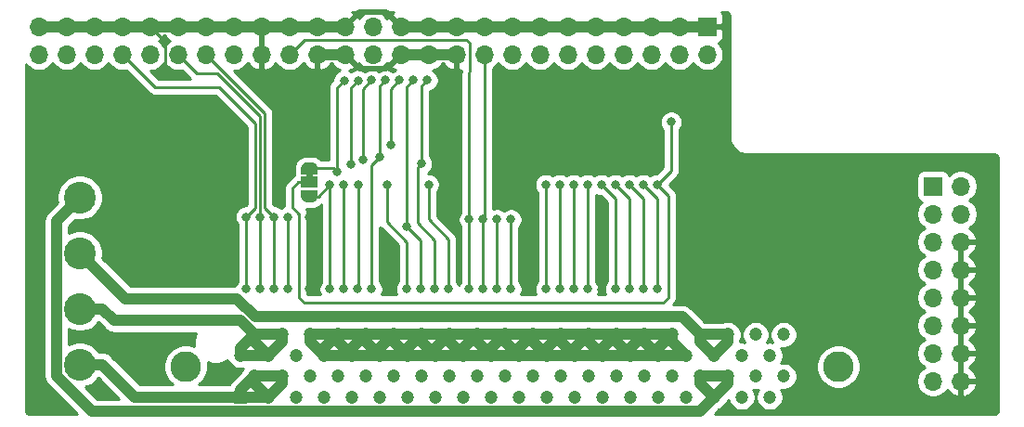
<source format=gbr>
G04 #@! TF.GenerationSoftware,KiCad,Pcbnew,(5.1.5)-3*
G04 #@! TF.CreationDate,2020-11-01T11:49:08+00:00*
G04 #@! TF.ProjectId,SCSIConnectorA,53435349-436f-46e6-9e65-63746f72412e,rev?*
G04 #@! TF.SameCoordinates,Original*
G04 #@! TF.FileFunction,Copper,L2,Bot*
G04 #@! TF.FilePolarity,Positive*
%FSLAX46Y46*%
G04 Gerber Fmt 4.6, Leading zero omitted, Abs format (unit mm)*
G04 Created by KiCad (PCBNEW (5.1.5)-3) date 2020-11-01 11:49:08*
%MOMM*%
%LPD*%
G04 APERTURE LIST*
%ADD10C,0.100000*%
%ADD11O,1.700000X1.700000*%
%ADD12R,1.700000X1.700000*%
%ADD13C,1.200000*%
%ADD14R,1.200000X1.200000*%
%ADD15C,2.800000*%
%ADD16R,1.500000X1.000000*%
%ADD17C,2.900000*%
%ADD18C,0.800000*%
%ADD19C,1.000000*%
%ADD20C,0.500000*%
%ADD21C,0.250000*%
%ADD22C,0.254000*%
G04 APERTURE END LIST*
D10*
G36*
X120990000Y-73075000D02*
G01*
X120990000Y-73575000D01*
X121590000Y-73575000D01*
X121590000Y-73075000D01*
X120990000Y-73075000D01*
G37*
D11*
X180706000Y-92111000D03*
X178166000Y-92111000D03*
X180706000Y-89571000D03*
X178166000Y-89571000D03*
X180706000Y-87031000D03*
X178166000Y-87031000D03*
X180706000Y-84491000D03*
X178166000Y-84491000D03*
X180706000Y-81951000D03*
X178166000Y-81951000D03*
X180706000Y-79411000D03*
X178166000Y-79411000D03*
X180706000Y-76871000D03*
X178166000Y-76871000D03*
X180706000Y-74331000D03*
D12*
X178166000Y-74331000D03*
D13*
X163265000Y-93564000D03*
X164535000Y-91664000D03*
X163265000Y-89764000D03*
X164535000Y-87864000D03*
X160725000Y-93564000D03*
X161995000Y-91664000D03*
X160725000Y-89764000D03*
X161995000Y-87864000D03*
X158185000Y-93564000D03*
X159455000Y-91664000D03*
X158185000Y-89764000D03*
X159455000Y-87864000D03*
X155645000Y-93564000D03*
X156915000Y-91664000D03*
X155645000Y-89764000D03*
X156915000Y-87864000D03*
X153105000Y-93564000D03*
X154375000Y-91664000D03*
X153105000Y-89764000D03*
X154375000Y-87864000D03*
X150565000Y-93564000D03*
X151835000Y-91664000D03*
X150565000Y-89764000D03*
X151835000Y-87864000D03*
X148025000Y-93564000D03*
X149295000Y-91664000D03*
X148025000Y-89764000D03*
X149295000Y-87864000D03*
X145485000Y-93564000D03*
X146755000Y-91664000D03*
X145485000Y-89764000D03*
X146755000Y-87864000D03*
X142945000Y-93564000D03*
X144215000Y-91664000D03*
X142945000Y-89764000D03*
X144215000Y-87864000D03*
X140405000Y-93564000D03*
X141675000Y-91664000D03*
X140405000Y-89764000D03*
X141675000Y-87864000D03*
X137865000Y-93564000D03*
X139135000Y-91664000D03*
X137865000Y-89764000D03*
X139135000Y-87864000D03*
X135325000Y-93564000D03*
X136595000Y-91664000D03*
X135325000Y-89764000D03*
X136595000Y-87864000D03*
X132785000Y-93564000D03*
X134055000Y-91664000D03*
X132785000Y-89764000D03*
X134055000Y-87864000D03*
X130245000Y-93564000D03*
X131515000Y-91664000D03*
X130245000Y-89764000D03*
X131515000Y-87864000D03*
X127705000Y-93564000D03*
X128975000Y-91664000D03*
X127705000Y-89764000D03*
X128975000Y-87864000D03*
X125165000Y-93564000D03*
X126435000Y-91664000D03*
X125165000Y-89764000D03*
X126435000Y-87864000D03*
X122625000Y-93564000D03*
X123895000Y-91664000D03*
X122625000Y-89764000D03*
X123895000Y-87864000D03*
X120085000Y-93564000D03*
X121355000Y-91664000D03*
X120085000Y-89764000D03*
X121355000Y-87864000D03*
X117545000Y-93564000D03*
X118815000Y-91664000D03*
X117545000Y-89764000D03*
X118815000Y-87864000D03*
D14*
X115005000Y-93564000D03*
D13*
X116275000Y-91664000D03*
X115005000Y-89764000D03*
X116275000Y-87864000D03*
D15*
X110015000Y-90775000D03*
X169525000Y-90775000D03*
G04 #@! TA.AperFunction,SMDPad,CuDef*
D10*
G36*
X120540000Y-73225000D02*
G01*
X120540000Y-72675000D01*
X120540602Y-72675000D01*
X120540602Y-72650466D01*
X120545412Y-72601635D01*
X120554984Y-72553510D01*
X120569228Y-72506555D01*
X120588005Y-72461222D01*
X120611136Y-72417949D01*
X120638396Y-72377150D01*
X120669524Y-72339221D01*
X120704221Y-72304524D01*
X120742150Y-72273396D01*
X120782949Y-72246136D01*
X120826222Y-72223005D01*
X120871555Y-72204228D01*
X120918510Y-72189984D01*
X120966635Y-72180412D01*
X121015466Y-72175602D01*
X121040000Y-72175602D01*
X121040000Y-72175000D01*
X121540000Y-72175000D01*
X121540000Y-72175602D01*
X121564534Y-72175602D01*
X121613365Y-72180412D01*
X121661490Y-72189984D01*
X121708445Y-72204228D01*
X121753778Y-72223005D01*
X121797051Y-72246136D01*
X121837850Y-72273396D01*
X121875779Y-72304524D01*
X121910476Y-72339221D01*
X121941604Y-72377150D01*
X121968864Y-72417949D01*
X121991995Y-72461222D01*
X122010772Y-72506555D01*
X122025016Y-72553510D01*
X122034588Y-72601635D01*
X122039398Y-72650466D01*
X122039398Y-72675000D01*
X122040000Y-72675000D01*
X122040000Y-73225000D01*
X120540000Y-73225000D01*
G37*
G04 #@! TD.AperFunction*
D16*
X121290000Y-73975000D03*
G04 #@! TA.AperFunction,SMDPad,CuDef*
D10*
G36*
X122039398Y-75275000D02*
G01*
X122039398Y-75299534D01*
X122034588Y-75348365D01*
X122025016Y-75396490D01*
X122010772Y-75443445D01*
X121991995Y-75488778D01*
X121968864Y-75532051D01*
X121941604Y-75572850D01*
X121910476Y-75610779D01*
X121875779Y-75645476D01*
X121837850Y-75676604D01*
X121797051Y-75703864D01*
X121753778Y-75726995D01*
X121708445Y-75745772D01*
X121661490Y-75760016D01*
X121613365Y-75769588D01*
X121564534Y-75774398D01*
X121540000Y-75774398D01*
X121540000Y-75775000D01*
X121040000Y-75775000D01*
X121040000Y-75774398D01*
X121015466Y-75774398D01*
X120966635Y-75769588D01*
X120918510Y-75760016D01*
X120871555Y-75745772D01*
X120826222Y-75726995D01*
X120782949Y-75703864D01*
X120742150Y-75676604D01*
X120704221Y-75645476D01*
X120669524Y-75610779D01*
X120638396Y-75572850D01*
X120611136Y-75532051D01*
X120588005Y-75488778D01*
X120569228Y-75443445D01*
X120554984Y-75396490D01*
X120545412Y-75348365D01*
X120540602Y-75299534D01*
X120540602Y-75275000D01*
X120540000Y-75275000D01*
X120540000Y-74725000D01*
X122040000Y-74725000D01*
X122040000Y-75275000D01*
X122039398Y-75275000D01*
G37*
G04 #@! TD.AperFunction*
D11*
X96610000Y-62315000D03*
X96610000Y-59775000D03*
X99150000Y-62315000D03*
X99150000Y-59775000D03*
X101690000Y-62315000D03*
X101690000Y-59775000D03*
X104230000Y-62315000D03*
X104230000Y-59775000D03*
X106770000Y-62315000D03*
X106770000Y-59775000D03*
X109310000Y-62315000D03*
X109310000Y-59775000D03*
X111850000Y-62315000D03*
X111850000Y-59775000D03*
X114390000Y-62315000D03*
X114390000Y-59775000D03*
X116930000Y-62315000D03*
X116930000Y-59775000D03*
X119470000Y-62315000D03*
X119470000Y-59775000D03*
X122010000Y-62315000D03*
X122010000Y-59775000D03*
X124550000Y-62315000D03*
X124550000Y-59775000D03*
X127090000Y-62315000D03*
X127090000Y-59775000D03*
X129630000Y-62315000D03*
X129630000Y-59775000D03*
X132170000Y-62315000D03*
X132170000Y-59775000D03*
X134710000Y-62315000D03*
X134710000Y-59775000D03*
X137250000Y-62315000D03*
X137250000Y-59775000D03*
X139790000Y-62315000D03*
X139790000Y-59775000D03*
X142330000Y-62315000D03*
X142330000Y-59775000D03*
X144870000Y-62315000D03*
X144870000Y-59775000D03*
X147410000Y-62315000D03*
X147410000Y-59775000D03*
X149950000Y-62315000D03*
X149950000Y-59775000D03*
X152490000Y-62315000D03*
X152490000Y-59775000D03*
X155030000Y-62315000D03*
X155030000Y-59775000D03*
X157570000Y-62315000D03*
D12*
X157570000Y-59775000D03*
D17*
X100370000Y-75355000D03*
X100370000Y-80435000D03*
X100370000Y-85515000D03*
X100370000Y-90595000D03*
D18*
X173086000Y-88301000D03*
X173086000Y-92111000D03*
X134625000Y-69612000D03*
X112126000Y-69886000D03*
X112126000Y-78141000D03*
X107046000Y-88301000D03*
X101966000Y-88301000D03*
X102601000Y-92746000D03*
X96886000Y-94016000D03*
X113396000Y-91476000D03*
X121651000Y-66711000D03*
X128492000Y-79555000D03*
X128382000Y-83729000D03*
X147796000Y-79555000D03*
X147940000Y-83729000D03*
X121290000Y-83710000D03*
X121290000Y-77150000D03*
X99770000Y-64275000D03*
X102270000Y-64275000D03*
X145770000Y-64275000D03*
X151770000Y-64275000D03*
X104770000Y-64275000D03*
X157000000Y-83710000D03*
X159540000Y-83710000D03*
X157000000Y-78630000D03*
X159540000Y-78630000D03*
X162080000Y-78630000D03*
X162080000Y-83710000D03*
X154290000Y-68470000D03*
X153020000Y-74185000D03*
X135875000Y-83710000D03*
X135875000Y-77360000D03*
X137145000Y-83710000D03*
X137145000Y-77360000D03*
X150480000Y-74185000D03*
X151750000Y-83710000D03*
X151750000Y-74185000D03*
X153020000Y-83710000D03*
X147940000Y-74185000D03*
X149210000Y-83710000D03*
X149210000Y-74185000D03*
X150480000Y-83710000D03*
X145400000Y-74185000D03*
X145400000Y-83710000D03*
X146670000Y-74185000D03*
X146670000Y-83710000D03*
X142860000Y-74185000D03*
X142860000Y-83710000D03*
X144130000Y-74185000D03*
X144130000Y-83710000D03*
X124465000Y-64680000D03*
X123810000Y-73005000D03*
X125735000Y-64680000D03*
X125080000Y-72370000D03*
X126985000Y-64660000D03*
X126199847Y-71885153D03*
X115530000Y-77130000D03*
X115530000Y-83710000D03*
X129525000Y-64660000D03*
X128694847Y-70570153D03*
X116800000Y-77130000D03*
X116770000Y-83710000D03*
X118070000Y-77130000D03*
X118070000Y-83710000D03*
X132700000Y-83710000D03*
X132065000Y-64660000D03*
X131540000Y-72280000D03*
X133970000Y-83710000D03*
X132165010Y-74185000D03*
X130160000Y-83710000D03*
X130160000Y-83710000D03*
X128355010Y-74185000D03*
X131430000Y-83710000D03*
X130795000Y-64660000D03*
X130172653Y-77982347D03*
X125715000Y-83710000D03*
X125735000Y-74205000D03*
X126985000Y-83710000D03*
X128255000Y-64660000D03*
X127729617Y-71641436D03*
X123175000Y-83710000D03*
X123175000Y-74185000D03*
X124445000Y-83710000D03*
X124445000Y-74185000D03*
X138415000Y-83710000D03*
X138415000Y-77360000D03*
X139685000Y-83710000D03*
X139685000Y-77360000D03*
X119340000Y-77130000D03*
X119340000Y-83710000D03*
D19*
X121355000Y-87864000D02*
X154375000Y-87864000D01*
X155645000Y-89764000D02*
X122625000Y-89764000D01*
X121355000Y-88494000D02*
X122625000Y-89764000D01*
X121355000Y-87864000D02*
X121355000Y-88494000D01*
X123895000Y-88494000D02*
X125165000Y-89764000D01*
X123895000Y-87864000D02*
X123895000Y-88494000D01*
X126435000Y-88494000D02*
X127705000Y-89764000D01*
X126435000Y-87864000D02*
X126435000Y-88494000D01*
X128975000Y-88494000D02*
X130245000Y-89764000D01*
X128975000Y-87864000D02*
X128975000Y-88494000D01*
X131515000Y-88494000D02*
X132785000Y-89764000D01*
X131515000Y-87864000D02*
X131515000Y-88494000D01*
X134055000Y-88494000D02*
X135325000Y-89764000D01*
X134055000Y-87864000D02*
X134055000Y-88494000D01*
X136595000Y-88494000D02*
X137865000Y-89764000D01*
X136595000Y-87864000D02*
X136595000Y-88494000D01*
X139135000Y-88494000D02*
X140405000Y-89764000D01*
X139135000Y-87864000D02*
X139135000Y-88494000D01*
X141675000Y-88494000D02*
X142945000Y-89764000D01*
X141675000Y-87864000D02*
X141675000Y-88494000D01*
X144215000Y-88494000D02*
X145485000Y-89764000D01*
X144215000Y-87864000D02*
X144215000Y-88494000D01*
X146755000Y-88494000D02*
X148025000Y-89764000D01*
X146755000Y-87864000D02*
X146755000Y-88494000D01*
X149295000Y-88494000D02*
X150565000Y-89764000D01*
X149295000Y-87864000D02*
X149295000Y-88494000D01*
X154375000Y-88494000D02*
X155645000Y-89764000D01*
X154375000Y-87864000D02*
X154375000Y-88494000D01*
X122625000Y-89134000D02*
X123895000Y-87864000D01*
X122625000Y-89764000D02*
X122625000Y-89134000D01*
X125165000Y-89134000D02*
X126435000Y-87864000D01*
X125165000Y-89764000D02*
X125165000Y-89134000D01*
X127705000Y-89134000D02*
X128975000Y-87864000D01*
X127705000Y-89764000D02*
X127705000Y-89134000D01*
X130245000Y-89134000D02*
X131515000Y-87864000D01*
X130245000Y-89764000D02*
X130245000Y-89134000D01*
X132785000Y-89134000D02*
X134055000Y-87864000D01*
X132785000Y-89764000D02*
X132785000Y-89134000D01*
X135325000Y-89134000D02*
X136595000Y-87864000D01*
X135325000Y-89764000D02*
X135325000Y-89134000D01*
X137865000Y-89134000D02*
X139135000Y-87864000D01*
X137865000Y-89764000D02*
X137865000Y-89134000D01*
X140405000Y-89134000D02*
X141675000Y-87864000D01*
X140405000Y-89764000D02*
X140405000Y-89134000D01*
X142945000Y-89134000D02*
X144215000Y-87864000D01*
X142945000Y-89764000D02*
X142945000Y-89134000D01*
X145485000Y-89134000D02*
X146755000Y-87864000D01*
X145485000Y-89764000D02*
X145485000Y-89134000D01*
X148025000Y-89134000D02*
X149295000Y-87864000D01*
X148025000Y-89764000D02*
X148025000Y-89134000D01*
X150565000Y-89134000D02*
X151835000Y-87864000D01*
X150565000Y-89764000D02*
X150565000Y-89134000D01*
X96610000Y-59775000D02*
X124550000Y-59775000D01*
X122010000Y-62315000D02*
X124550000Y-62315000D01*
X129630000Y-59775000D02*
X157570000Y-59775000D01*
X129630000Y-62315000D02*
X134710000Y-62315000D01*
D20*
X128780001Y-63164999D02*
X129630000Y-62315000D01*
X128329999Y-63615001D02*
X128780001Y-63164999D01*
X125850001Y-63615001D02*
X128329999Y-63615001D01*
X124550000Y-62315000D02*
X125850001Y-63615001D01*
D21*
X108134999Y-61139999D02*
X108134999Y-63679999D01*
X106770000Y-59775000D02*
X108134999Y-61139999D01*
X108134999Y-63679999D02*
X108675000Y-64220000D01*
D20*
X128780001Y-58925001D02*
X129630000Y-59775000D01*
X128329999Y-58474999D02*
X128780001Y-58925001D01*
X124550000Y-59775000D02*
X125850001Y-58474999D01*
X125850001Y-58474999D02*
X128329999Y-58474999D01*
D19*
X153105000Y-89134000D02*
X154375000Y-87864000D01*
X153105000Y-89764000D02*
X153105000Y-89134000D01*
X151835000Y-88494000D02*
X153105000Y-89764000D01*
X151835000Y-87864000D02*
X151835000Y-88494000D01*
D21*
X154290000Y-72915000D02*
X154290000Y-68470000D01*
X153020000Y-74185000D02*
X154290000Y-72915000D01*
X154036000Y-75201000D02*
X153020000Y-74185000D01*
X154036000Y-84491000D02*
X154036000Y-75201000D01*
X153547000Y-84980000D02*
X154036000Y-84491000D01*
X120381000Y-84491000D02*
X120870000Y-84980000D01*
X120381000Y-76871000D02*
X120381000Y-84491000D01*
X120870000Y-84980000D02*
X153547000Y-84980000D01*
X119746000Y-76236000D02*
X120381000Y-76871000D01*
X120290000Y-73975000D02*
X119746000Y-74519000D01*
X119746000Y-74519000D02*
X119746000Y-76236000D01*
X121290000Y-73975000D02*
X120290000Y-73975000D01*
X135875000Y-83710000D02*
X135875000Y-77360000D01*
X135875000Y-64025000D02*
X135875000Y-77360000D01*
X120834999Y-60950001D02*
X135570001Y-60950001D01*
X119470000Y-62315000D02*
X120834999Y-60950001D01*
X135885001Y-61265001D02*
X135885001Y-63805001D01*
X135885001Y-63805001D02*
X135895000Y-63815000D01*
X135570001Y-60950001D02*
X135885001Y-61265001D01*
X135895000Y-63815000D02*
X135875000Y-64025000D01*
X137145000Y-83710000D02*
X137145000Y-77360000D01*
X137250000Y-77255000D02*
X137145000Y-77360000D01*
X137250000Y-62315000D02*
X137250000Y-77255000D01*
D19*
X156915000Y-91664000D02*
X159455000Y-91664000D01*
X159455000Y-92294000D02*
X158185000Y-93564000D01*
X159455000Y-91664000D02*
X159455000Y-92294000D01*
X156915000Y-92294000D02*
X158185000Y-93564000D01*
X156915000Y-91664000D02*
X156915000Y-92294000D01*
X157585001Y-94163999D02*
X158185000Y-93564000D01*
X156884999Y-94864001D02*
X157585001Y-94163999D01*
X101456999Y-94864001D02*
X156884999Y-94864001D01*
X98219999Y-91627001D02*
X101456999Y-94864001D01*
X98219999Y-77505001D02*
X98219999Y-91627001D01*
X100370000Y-75355000D02*
X98219999Y-77505001D01*
X156915000Y-88494000D02*
X158185000Y-89764000D01*
X156915000Y-87864000D02*
X156915000Y-88494000D01*
X159455000Y-88494000D02*
X158185000Y-89764000D01*
X159455000Y-87864000D02*
X159455000Y-88494000D01*
X100370000Y-80435000D02*
X100850000Y-80435000D01*
X155301000Y-86250000D02*
X156915000Y-87864000D01*
X116358070Y-86250000D02*
X155301000Y-86250000D01*
X114688071Y-84580001D02*
X116358070Y-86250000D01*
X104515001Y-84580001D02*
X114688071Y-84580001D01*
X100370000Y-80435000D02*
X104515001Y-84580001D01*
X156915000Y-87864000D02*
X159455000Y-87864000D01*
X115005000Y-93564000D02*
X117545000Y-93564000D01*
X115005000Y-92934000D02*
X116275000Y-91664000D01*
X115005000Y-93564000D02*
X115005000Y-92934000D01*
X118815000Y-92294000D02*
X117545000Y-93564000D01*
X118815000Y-91664000D02*
X118815000Y-92294000D01*
X116275000Y-91664000D02*
X118815000Y-91664000D01*
X116275000Y-92294000D02*
X117545000Y-93564000D01*
X116275000Y-91664000D02*
X116275000Y-92294000D01*
X113405000Y-93564000D02*
X115005000Y-93564000D01*
X105389609Y-93564000D02*
X113405000Y-93564000D01*
X102420609Y-90595000D02*
X105389609Y-93564000D01*
X100370000Y-90595000D02*
X102420609Y-90595000D01*
X115005000Y-89764000D02*
X117545000Y-89764000D01*
X116275000Y-87864000D02*
X118815000Y-87864000D01*
X115005000Y-89134000D02*
X116275000Y-87864000D01*
X115005000Y-89764000D02*
X115005000Y-89134000D01*
X118815000Y-88494000D02*
X117545000Y-89764000D01*
X118815000Y-87864000D02*
X118815000Y-88494000D01*
X116275000Y-88494000D02*
X117545000Y-89764000D01*
X116275000Y-87864000D02*
X116275000Y-88494000D01*
X102420609Y-85515000D02*
X100370000Y-85515000D01*
X103480608Y-86574999D02*
X102420609Y-85515000D01*
X114985999Y-86574999D02*
X103480608Y-86574999D01*
X116275000Y-87864000D02*
X114985999Y-86574999D01*
D21*
X151750000Y-75455000D02*
X150480000Y-74185000D01*
X151750000Y-83710000D02*
X151750000Y-75455000D01*
X153020000Y-75455000D02*
X151750000Y-74185000D01*
X153020000Y-83710000D02*
X153020000Y-75455000D01*
X149210000Y-75455000D02*
X147940000Y-74185000D01*
X149210000Y-83710000D02*
X149210000Y-75455000D01*
X150480000Y-75455000D02*
X149210000Y-74185000D01*
X150480000Y-83710000D02*
X150480000Y-75455000D01*
X145400000Y-74185000D02*
X145400000Y-83710000D01*
X146670000Y-74185000D02*
X146670000Y-83710000D01*
X142860000Y-74185000D02*
X142860000Y-83710000D01*
X144130000Y-74185000D02*
X144130000Y-83710000D01*
X124445000Y-64700000D02*
X124465000Y-64680000D01*
X123810000Y-65335000D02*
X124465000Y-64680000D01*
X123810000Y-73005000D02*
X123810000Y-65335000D01*
X123480000Y-72675000D02*
X123810000Y-73005000D01*
X121290000Y-72675000D02*
X123480000Y-72675000D01*
X125715000Y-64700000D02*
X125735000Y-64680000D01*
X125080000Y-65335000D02*
X125735000Y-64680000D01*
X125080000Y-72370000D02*
X125080000Y-65335000D01*
X126199847Y-65445153D02*
X126985000Y-64660000D01*
X126199847Y-71885153D02*
X126199847Y-65445153D01*
X115530000Y-77130000D02*
X115530000Y-77380000D01*
X107210000Y-65295000D02*
X104230000Y-62315000D01*
X115530000Y-77130000D02*
X116349990Y-76310010D01*
X116349990Y-76310010D02*
X116349990Y-68616000D01*
X113028990Y-65295000D02*
X116349990Y-68616000D01*
X107210000Y-65295000D02*
X113028990Y-65295000D01*
X115530000Y-77130000D02*
X115530000Y-83710000D01*
X129526609Y-64661609D02*
X129525000Y-64660000D01*
X128694847Y-70570153D02*
X128694847Y-66760153D01*
X128694847Y-65490153D02*
X128694847Y-70570153D01*
X129525000Y-64660000D02*
X128694847Y-65490153D01*
X111020000Y-64025000D02*
X109310000Y-62315000D01*
X112923590Y-64025000D02*
X111020000Y-64025000D01*
X116800000Y-77130000D02*
X116800000Y-67901410D01*
X116800000Y-67901410D02*
X112923590Y-64025000D01*
X116800000Y-83680000D02*
X116770000Y-83710000D01*
X116800000Y-77130000D02*
X116800000Y-83680000D01*
X117250010Y-76310010D02*
X117670001Y-76730001D01*
X117250010Y-67715010D02*
X117250010Y-76310010D01*
X117670001Y-76730001D02*
X118070000Y-77130000D01*
X111850000Y-62315000D02*
X117250010Y-67715010D01*
X118070000Y-77695685D02*
X118070000Y-83710000D01*
X118070000Y-77130000D02*
X118070000Y-77695685D01*
X131540000Y-65185000D02*
X132065000Y-64660000D01*
X131540000Y-72280000D02*
X131540000Y-65185000D01*
X132700000Y-83710000D02*
X132700000Y-79265000D01*
X131140001Y-72679999D02*
X131540000Y-72280000D01*
X131140001Y-77705001D02*
X131140001Y-72679999D01*
X132700000Y-79265000D02*
X131140001Y-77705001D01*
X132165010Y-74185000D02*
X132165010Y-74750685D01*
X132165010Y-77352010D02*
X132165010Y-74185000D01*
X133970000Y-83710000D02*
X133970000Y-79157000D01*
X133970000Y-79157000D02*
X132165010Y-77352010D01*
X130160000Y-83710000D02*
X130160000Y-79411000D01*
X128355010Y-77606010D02*
X128355010Y-74185000D01*
X130160000Y-79411000D02*
X128355010Y-77606010D01*
X131430000Y-79239694D02*
X131430000Y-83710000D01*
X130172653Y-77982347D02*
X131430000Y-79239694D01*
X130795000Y-64660000D02*
X130160000Y-65295000D01*
X130172653Y-65307653D02*
X130172653Y-77982347D01*
X130160000Y-65295000D02*
X130172653Y-65307653D01*
X125735000Y-83690000D02*
X125715000Y-83710000D01*
X125735000Y-74205000D02*
X125735000Y-83690000D01*
X128255000Y-64660000D02*
X127729617Y-65185383D01*
X127729617Y-65185383D02*
X127729617Y-71641436D01*
X126985000Y-72386053D02*
X127729617Y-71641436D01*
X126985000Y-83710000D02*
X126985000Y-72386053D01*
X123175000Y-74185000D02*
X123175000Y-83710000D01*
X122085000Y-75275000D02*
X123175000Y-74185000D01*
X121290000Y-75275000D02*
X122085000Y-75275000D01*
X124445000Y-74185000D02*
X124445000Y-83710000D01*
X138415000Y-83710000D02*
X138415000Y-77360000D01*
X139685000Y-77360000D02*
X139685000Y-83710000D01*
X119340000Y-77130000D02*
X119340000Y-77380000D01*
X119340000Y-77130000D02*
X119340000Y-83710000D01*
D22*
G36*
X103076525Y-63261632D02*
G01*
X103283368Y-63468475D01*
X103526589Y-63630990D01*
X103796842Y-63742932D01*
X104083740Y-63800000D01*
X104376260Y-63800000D01*
X104596408Y-63756210D01*
X106646205Y-65806008D01*
X106669999Y-65835001D01*
X106698992Y-65858795D01*
X106698996Y-65858799D01*
X106747737Y-65898799D01*
X106785724Y-65929974D01*
X106917753Y-66000546D01*
X107061014Y-66044003D01*
X107172667Y-66055000D01*
X107172676Y-66055000D01*
X107209999Y-66058676D01*
X107247322Y-66055000D01*
X112714189Y-66055000D01*
X115589991Y-68930803D01*
X115589990Y-75995208D01*
X115490198Y-76095000D01*
X115428061Y-76095000D01*
X115228102Y-76134774D01*
X115039744Y-76212795D01*
X114870226Y-76326063D01*
X114726063Y-76470226D01*
X114612795Y-76639744D01*
X114534774Y-76828102D01*
X114495000Y-77028061D01*
X114495000Y-77231939D01*
X114534774Y-77431898D01*
X114612795Y-77620256D01*
X114726063Y-77789774D01*
X114770000Y-77833711D01*
X114770001Y-83006288D01*
X114726063Y-83050226D01*
X114612795Y-83219744D01*
X114534774Y-83408102D01*
X114527434Y-83445001D01*
X104985134Y-83445001D01*
X102409455Y-80869323D01*
X102455000Y-80640355D01*
X102455000Y-80229645D01*
X102374874Y-79826828D01*
X102217703Y-79447382D01*
X101989525Y-79105890D01*
X101699110Y-78815475D01*
X101357618Y-78587297D01*
X100978172Y-78430126D01*
X100575355Y-78350000D01*
X100164645Y-78350000D01*
X99761828Y-78430126D01*
X99382382Y-78587297D01*
X99354999Y-78605594D01*
X99354999Y-77975132D01*
X99935677Y-77394455D01*
X100164645Y-77440000D01*
X100575355Y-77440000D01*
X100978172Y-77359874D01*
X101357618Y-77202703D01*
X101699110Y-76974525D01*
X101989525Y-76684110D01*
X102217703Y-76342618D01*
X102374874Y-75963172D01*
X102455000Y-75560355D01*
X102455000Y-75149645D01*
X102374874Y-74746828D01*
X102217703Y-74367382D01*
X101989525Y-74025890D01*
X101699110Y-73735475D01*
X101357618Y-73507297D01*
X100978172Y-73350126D01*
X100575355Y-73270000D01*
X100164645Y-73270000D01*
X99761828Y-73350126D01*
X99382382Y-73507297D01*
X99040890Y-73735475D01*
X98750475Y-74025890D01*
X98522297Y-74367382D01*
X98365126Y-74746828D01*
X98285000Y-75149645D01*
X98285000Y-75560355D01*
X98330545Y-75789323D01*
X97456863Y-76663005D01*
X97413550Y-76698552D01*
X97271715Y-76871378D01*
X97180404Y-77042211D01*
X97166323Y-77068555D01*
X97101422Y-77282503D01*
X97079508Y-77505001D01*
X97084999Y-77560752D01*
X97085000Y-91571240D01*
X97079508Y-91627001D01*
X97101422Y-91849499D01*
X97166323Y-92063447D01*
X97215383Y-92155231D01*
X97271716Y-92260624D01*
X97413551Y-92433450D01*
X97456859Y-92468992D01*
X100102866Y-95115000D01*
X95802279Y-95115000D01*
X95704576Y-95105420D01*
X95641643Y-95086420D01*
X95583594Y-95055554D01*
X95532657Y-95014011D01*
X95490752Y-94963356D01*
X95459485Y-94905529D01*
X95440044Y-94842728D01*
X95430000Y-94747165D01*
X95430000Y-63221935D01*
X95456525Y-63261632D01*
X95663368Y-63468475D01*
X95906589Y-63630990D01*
X96176842Y-63742932D01*
X96463740Y-63800000D01*
X96756260Y-63800000D01*
X97043158Y-63742932D01*
X97313411Y-63630990D01*
X97556632Y-63468475D01*
X97763475Y-63261632D01*
X97880000Y-63087240D01*
X97996525Y-63261632D01*
X98203368Y-63468475D01*
X98446589Y-63630990D01*
X98716842Y-63742932D01*
X99003740Y-63800000D01*
X99296260Y-63800000D01*
X99583158Y-63742932D01*
X99853411Y-63630990D01*
X100096632Y-63468475D01*
X100303475Y-63261632D01*
X100420000Y-63087240D01*
X100536525Y-63261632D01*
X100743368Y-63468475D01*
X100986589Y-63630990D01*
X101256842Y-63742932D01*
X101543740Y-63800000D01*
X101836260Y-63800000D01*
X102123158Y-63742932D01*
X102393411Y-63630990D01*
X102636632Y-63468475D01*
X102843475Y-63261632D01*
X102960000Y-63087240D01*
X103076525Y-63261632D01*
G37*
X103076525Y-63261632D02*
X103283368Y-63468475D01*
X103526589Y-63630990D01*
X103796842Y-63742932D01*
X104083740Y-63800000D01*
X104376260Y-63800000D01*
X104596408Y-63756210D01*
X106646205Y-65806008D01*
X106669999Y-65835001D01*
X106698992Y-65858795D01*
X106698996Y-65858799D01*
X106747737Y-65898799D01*
X106785724Y-65929974D01*
X106917753Y-66000546D01*
X107061014Y-66044003D01*
X107172667Y-66055000D01*
X107172676Y-66055000D01*
X107209999Y-66058676D01*
X107247322Y-66055000D01*
X112714189Y-66055000D01*
X115589991Y-68930803D01*
X115589990Y-75995208D01*
X115490198Y-76095000D01*
X115428061Y-76095000D01*
X115228102Y-76134774D01*
X115039744Y-76212795D01*
X114870226Y-76326063D01*
X114726063Y-76470226D01*
X114612795Y-76639744D01*
X114534774Y-76828102D01*
X114495000Y-77028061D01*
X114495000Y-77231939D01*
X114534774Y-77431898D01*
X114612795Y-77620256D01*
X114726063Y-77789774D01*
X114770000Y-77833711D01*
X114770001Y-83006288D01*
X114726063Y-83050226D01*
X114612795Y-83219744D01*
X114534774Y-83408102D01*
X114527434Y-83445001D01*
X104985134Y-83445001D01*
X102409455Y-80869323D01*
X102455000Y-80640355D01*
X102455000Y-80229645D01*
X102374874Y-79826828D01*
X102217703Y-79447382D01*
X101989525Y-79105890D01*
X101699110Y-78815475D01*
X101357618Y-78587297D01*
X100978172Y-78430126D01*
X100575355Y-78350000D01*
X100164645Y-78350000D01*
X99761828Y-78430126D01*
X99382382Y-78587297D01*
X99354999Y-78605594D01*
X99354999Y-77975132D01*
X99935677Y-77394455D01*
X100164645Y-77440000D01*
X100575355Y-77440000D01*
X100978172Y-77359874D01*
X101357618Y-77202703D01*
X101699110Y-76974525D01*
X101989525Y-76684110D01*
X102217703Y-76342618D01*
X102374874Y-75963172D01*
X102455000Y-75560355D01*
X102455000Y-75149645D01*
X102374874Y-74746828D01*
X102217703Y-74367382D01*
X101989525Y-74025890D01*
X101699110Y-73735475D01*
X101357618Y-73507297D01*
X100978172Y-73350126D01*
X100575355Y-73270000D01*
X100164645Y-73270000D01*
X99761828Y-73350126D01*
X99382382Y-73507297D01*
X99040890Y-73735475D01*
X98750475Y-74025890D01*
X98522297Y-74367382D01*
X98365126Y-74746828D01*
X98285000Y-75149645D01*
X98285000Y-75560355D01*
X98330545Y-75789323D01*
X97456863Y-76663005D01*
X97413550Y-76698552D01*
X97271715Y-76871378D01*
X97180404Y-77042211D01*
X97166323Y-77068555D01*
X97101422Y-77282503D01*
X97079508Y-77505001D01*
X97084999Y-77560752D01*
X97085000Y-91571240D01*
X97079508Y-91627001D01*
X97101422Y-91849499D01*
X97166323Y-92063447D01*
X97215383Y-92155231D01*
X97271716Y-92260624D01*
X97413551Y-92433450D01*
X97456859Y-92468992D01*
X100102866Y-95115000D01*
X95802279Y-95115000D01*
X95704576Y-95105420D01*
X95641643Y-95086420D01*
X95583594Y-95055554D01*
X95532657Y-95014011D01*
X95490752Y-94963356D01*
X95459485Y-94905529D01*
X95440044Y-94842728D01*
X95430000Y-94747165D01*
X95430000Y-63221935D01*
X95456525Y-63261632D01*
X95663368Y-63468475D01*
X95906589Y-63630990D01*
X96176842Y-63742932D01*
X96463740Y-63800000D01*
X96756260Y-63800000D01*
X97043158Y-63742932D01*
X97313411Y-63630990D01*
X97556632Y-63468475D01*
X97763475Y-63261632D01*
X97880000Y-63087240D01*
X97996525Y-63261632D01*
X98203368Y-63468475D01*
X98446589Y-63630990D01*
X98716842Y-63742932D01*
X99003740Y-63800000D01*
X99296260Y-63800000D01*
X99583158Y-63742932D01*
X99853411Y-63630990D01*
X100096632Y-63468475D01*
X100303475Y-63261632D01*
X100420000Y-63087240D01*
X100536525Y-63261632D01*
X100743368Y-63468475D01*
X100986589Y-63630990D01*
X101256842Y-63742932D01*
X101543740Y-63800000D01*
X101836260Y-63800000D01*
X102123158Y-63742932D01*
X102393411Y-63630990D01*
X102636632Y-63468475D01*
X102843475Y-63261632D01*
X102960000Y-63087240D01*
X103076525Y-63261632D01*
G36*
X159335424Y-58444580D02*
G01*
X159398356Y-58463580D01*
X159456405Y-58494445D01*
X159507343Y-58535989D01*
X159549248Y-58586644D01*
X159580515Y-58644471D01*
X159599956Y-58707272D01*
X159610000Y-58802835D01*
X159610001Y-69807419D01*
X159612783Y-69835664D01*
X159612740Y-69841801D01*
X159613640Y-69850972D01*
X159634041Y-70045069D01*
X159646068Y-70103658D01*
X159657277Y-70162423D01*
X159659941Y-70171245D01*
X159717653Y-70357683D01*
X159740838Y-70412838D01*
X159763242Y-70468291D01*
X159767568Y-70476427D01*
X159860393Y-70648104D01*
X159893846Y-70697699D01*
X159926600Y-70747753D01*
X159932424Y-70754894D01*
X160056828Y-70905272D01*
X160099263Y-70947411D01*
X160141126Y-70990161D01*
X160148227Y-70996034D01*
X160299469Y-71119384D01*
X160349277Y-71152477D01*
X160398651Y-71186284D01*
X160406757Y-71190667D01*
X160579080Y-71282292D01*
X160634392Y-71305090D01*
X160689366Y-71328652D01*
X160698169Y-71331377D01*
X160885006Y-71387786D01*
X160943686Y-71399405D01*
X161002196Y-71411842D01*
X161011361Y-71412805D01*
X161205594Y-71431850D01*
X161205598Y-71431850D01*
X161237581Y-71435000D01*
X183737721Y-71435000D01*
X183835424Y-71444580D01*
X183898356Y-71463580D01*
X183956405Y-71494445D01*
X184007343Y-71535989D01*
X184049248Y-71586644D01*
X184080515Y-71644471D01*
X184099956Y-71707272D01*
X184110001Y-71802845D01*
X184110000Y-94742721D01*
X184100420Y-94840424D01*
X184081420Y-94903357D01*
X184050554Y-94961406D01*
X184009011Y-95012343D01*
X183958356Y-95054248D01*
X183900529Y-95085515D01*
X183837728Y-95104956D01*
X183742165Y-95115000D01*
X158239131Y-95115000D01*
X158426989Y-94927142D01*
X158643148Y-94710984D01*
X158769992Y-94658443D01*
X158972267Y-94523287D01*
X159144287Y-94351267D01*
X159279443Y-94148992D01*
X159331984Y-94022148D01*
X159519614Y-93834517D01*
X159537460Y-93924236D01*
X159630557Y-94148992D01*
X159765713Y-94351267D01*
X159937733Y-94523287D01*
X160140008Y-94658443D01*
X160364764Y-94751540D01*
X160603363Y-94799000D01*
X160846637Y-94799000D01*
X161085236Y-94751540D01*
X161309992Y-94658443D01*
X161512267Y-94523287D01*
X161684287Y-94351267D01*
X161819443Y-94148992D01*
X161912540Y-93924236D01*
X161960000Y-93685637D01*
X161960000Y-93442363D01*
X161912540Y-93203764D01*
X161819443Y-92979008D01*
X161749524Y-92874367D01*
X161873363Y-92899000D01*
X162116637Y-92899000D01*
X162240476Y-92874367D01*
X162170557Y-92979008D01*
X162077460Y-93203764D01*
X162030000Y-93442363D01*
X162030000Y-93685637D01*
X162077460Y-93924236D01*
X162170557Y-94148992D01*
X162305713Y-94351267D01*
X162477733Y-94523287D01*
X162680008Y-94658443D01*
X162904764Y-94751540D01*
X163143363Y-94799000D01*
X163386637Y-94799000D01*
X163625236Y-94751540D01*
X163849992Y-94658443D01*
X164052267Y-94523287D01*
X164224287Y-94351267D01*
X164359443Y-94148992D01*
X164452540Y-93924236D01*
X164500000Y-93685637D01*
X164500000Y-93442363D01*
X164452540Y-93203764D01*
X164359443Y-92979008D01*
X164289524Y-92874367D01*
X164413363Y-92899000D01*
X164656637Y-92899000D01*
X164895236Y-92851540D01*
X165119992Y-92758443D01*
X165322267Y-92623287D01*
X165494287Y-92451267D01*
X165629443Y-92248992D01*
X165722540Y-92024236D01*
X165770000Y-91785637D01*
X165770000Y-91542363D01*
X165722540Y-91303764D01*
X165629443Y-91079008D01*
X165494287Y-90876733D01*
X165322267Y-90704713D01*
X165127495Y-90574570D01*
X167490000Y-90574570D01*
X167490000Y-90975430D01*
X167568204Y-91368587D01*
X167721607Y-91738934D01*
X167944313Y-92072237D01*
X168227763Y-92355687D01*
X168561066Y-92578393D01*
X168931413Y-92731796D01*
X169324570Y-92810000D01*
X169725430Y-92810000D01*
X170118587Y-92731796D01*
X170488934Y-92578393D01*
X170822237Y-92355687D01*
X171105687Y-92072237D01*
X171328393Y-91738934D01*
X171481796Y-91368587D01*
X171560000Y-90975430D01*
X171560000Y-90574570D01*
X171481796Y-90181413D01*
X171328393Y-89811066D01*
X171105687Y-89477763D01*
X170822237Y-89194313D01*
X170488934Y-88971607D01*
X170118587Y-88818204D01*
X169725430Y-88740000D01*
X169324570Y-88740000D01*
X168931413Y-88818204D01*
X168561066Y-88971607D01*
X168227763Y-89194313D01*
X167944313Y-89477763D01*
X167721607Y-89811066D01*
X167568204Y-90181413D01*
X167490000Y-90574570D01*
X165127495Y-90574570D01*
X165119992Y-90569557D01*
X164895236Y-90476460D01*
X164656637Y-90429000D01*
X164413363Y-90429000D01*
X164289524Y-90453633D01*
X164359443Y-90348992D01*
X164452540Y-90124236D01*
X164500000Y-89885637D01*
X164500000Y-89642363D01*
X164452540Y-89403764D01*
X164359443Y-89179008D01*
X164289524Y-89074367D01*
X164413363Y-89099000D01*
X164656637Y-89099000D01*
X164895236Y-89051540D01*
X165119992Y-88958443D01*
X165322267Y-88823287D01*
X165494287Y-88651267D01*
X165629443Y-88448992D01*
X165722540Y-88224236D01*
X165770000Y-87985637D01*
X165770000Y-87742363D01*
X165722540Y-87503764D01*
X165629443Y-87279008D01*
X165494287Y-87076733D01*
X165322267Y-86904713D01*
X165119992Y-86769557D01*
X164895236Y-86676460D01*
X164656637Y-86629000D01*
X164413363Y-86629000D01*
X164174764Y-86676460D01*
X163950008Y-86769557D01*
X163747733Y-86904713D01*
X163575713Y-87076733D01*
X163440557Y-87279008D01*
X163347460Y-87503764D01*
X163300000Y-87742363D01*
X163300000Y-87985637D01*
X163347460Y-88224236D01*
X163440557Y-88448992D01*
X163510476Y-88553633D01*
X163386637Y-88529000D01*
X163143363Y-88529000D01*
X163019524Y-88553633D01*
X163089443Y-88448992D01*
X163182540Y-88224236D01*
X163230000Y-87985637D01*
X163230000Y-87742363D01*
X163182540Y-87503764D01*
X163089443Y-87279008D01*
X162954287Y-87076733D01*
X162782267Y-86904713D01*
X162579992Y-86769557D01*
X162355236Y-86676460D01*
X162116637Y-86629000D01*
X161873363Y-86629000D01*
X161634764Y-86676460D01*
X161410008Y-86769557D01*
X161207733Y-86904713D01*
X161035713Y-87076733D01*
X160900557Y-87279008D01*
X160807460Y-87503764D01*
X160760000Y-87742363D01*
X160760000Y-87985637D01*
X160807460Y-88224236D01*
X160900557Y-88448992D01*
X160970476Y-88553633D01*
X160846637Y-88529000D01*
X160603363Y-88529000D01*
X160591817Y-88531297D01*
X160595490Y-88494001D01*
X160590000Y-88438257D01*
X160590000Y-88351079D01*
X160642540Y-88224236D01*
X160690000Y-87985637D01*
X160690000Y-87742363D01*
X160642540Y-87503764D01*
X160549443Y-87279008D01*
X160414287Y-87076733D01*
X160242267Y-86904713D01*
X160039992Y-86769557D01*
X159815236Y-86676460D01*
X159576637Y-86629000D01*
X159333363Y-86629000D01*
X159094764Y-86676460D01*
X158967921Y-86729000D01*
X157402079Y-86729000D01*
X157373150Y-86717017D01*
X156142995Y-85486864D01*
X156107449Y-85443551D01*
X155934623Y-85301716D01*
X155737447Y-85196324D01*
X155523499Y-85131423D01*
X155356752Y-85115000D01*
X155356751Y-85115000D01*
X155301000Y-85109509D01*
X155245249Y-85115000D01*
X154486802Y-85115000D01*
X154547003Y-85054798D01*
X154576001Y-85031001D01*
X154670974Y-84915276D01*
X154741546Y-84783247D01*
X154785003Y-84639986D01*
X154796000Y-84528333D01*
X154796000Y-84528324D01*
X154799676Y-84491001D01*
X154796000Y-84453677D01*
X154796000Y-75238322D01*
X154799676Y-75201000D01*
X154796000Y-75163677D01*
X154796000Y-75163667D01*
X154785003Y-75052014D01*
X154741546Y-74908753D01*
X154670974Y-74776723D01*
X154599799Y-74689997D01*
X154576001Y-74660999D01*
X154547003Y-74637201D01*
X154094801Y-74185000D01*
X154798801Y-73481000D01*
X176677928Y-73481000D01*
X176677928Y-75181000D01*
X176690188Y-75305482D01*
X176726498Y-75425180D01*
X176785463Y-75535494D01*
X176864815Y-75632185D01*
X176961506Y-75711537D01*
X177071820Y-75770502D01*
X177144380Y-75792513D01*
X177012525Y-75924368D01*
X176850010Y-76167589D01*
X176738068Y-76437842D01*
X176681000Y-76724740D01*
X176681000Y-77017260D01*
X176738068Y-77304158D01*
X176850010Y-77574411D01*
X177012525Y-77817632D01*
X177219368Y-78024475D01*
X177393760Y-78141000D01*
X177219368Y-78257525D01*
X177012525Y-78464368D01*
X176850010Y-78707589D01*
X176738068Y-78977842D01*
X176681000Y-79264740D01*
X176681000Y-79557260D01*
X176738068Y-79844158D01*
X176850010Y-80114411D01*
X177012525Y-80357632D01*
X177219368Y-80564475D01*
X177393760Y-80681000D01*
X177219368Y-80797525D01*
X177012525Y-81004368D01*
X176850010Y-81247589D01*
X176738068Y-81517842D01*
X176681000Y-81804740D01*
X176681000Y-82097260D01*
X176738068Y-82384158D01*
X176850010Y-82654411D01*
X177012525Y-82897632D01*
X177219368Y-83104475D01*
X177393760Y-83221000D01*
X177219368Y-83337525D01*
X177012525Y-83544368D01*
X176850010Y-83787589D01*
X176738068Y-84057842D01*
X176681000Y-84344740D01*
X176681000Y-84637260D01*
X176738068Y-84924158D01*
X176850010Y-85194411D01*
X177012525Y-85437632D01*
X177219368Y-85644475D01*
X177393760Y-85761000D01*
X177219368Y-85877525D01*
X177012525Y-86084368D01*
X176850010Y-86327589D01*
X176738068Y-86597842D01*
X176681000Y-86884740D01*
X176681000Y-87177260D01*
X176738068Y-87464158D01*
X176850010Y-87734411D01*
X177012525Y-87977632D01*
X177219368Y-88184475D01*
X177393760Y-88301000D01*
X177219368Y-88417525D01*
X177012525Y-88624368D01*
X176850010Y-88867589D01*
X176738068Y-89137842D01*
X176681000Y-89424740D01*
X176681000Y-89717260D01*
X176738068Y-90004158D01*
X176850010Y-90274411D01*
X177012525Y-90517632D01*
X177219368Y-90724475D01*
X177393760Y-90841000D01*
X177219368Y-90957525D01*
X177012525Y-91164368D01*
X176850010Y-91407589D01*
X176738068Y-91677842D01*
X176681000Y-91964740D01*
X176681000Y-92257260D01*
X176738068Y-92544158D01*
X176850010Y-92814411D01*
X177012525Y-93057632D01*
X177219368Y-93264475D01*
X177462589Y-93426990D01*
X177732842Y-93538932D01*
X178019740Y-93596000D01*
X178312260Y-93596000D01*
X178599158Y-93538932D01*
X178869411Y-93426990D01*
X179112632Y-93264475D01*
X179319475Y-93057632D01*
X179437100Y-92881594D01*
X179608412Y-93111269D01*
X179824645Y-93306178D01*
X180074748Y-93455157D01*
X180349109Y-93552481D01*
X180579000Y-93431814D01*
X180579000Y-92238000D01*
X180833000Y-92238000D01*
X180833000Y-93431814D01*
X181062891Y-93552481D01*
X181337252Y-93455157D01*
X181587355Y-93306178D01*
X181803588Y-93111269D01*
X181977641Y-92877920D01*
X182102825Y-92615099D01*
X182147476Y-92467890D01*
X182026155Y-92238000D01*
X180833000Y-92238000D01*
X180579000Y-92238000D01*
X180559000Y-92238000D01*
X180559000Y-91984000D01*
X180579000Y-91984000D01*
X180579000Y-89698000D01*
X180833000Y-89698000D01*
X180833000Y-91984000D01*
X182026155Y-91984000D01*
X182147476Y-91754110D01*
X182102825Y-91606901D01*
X181977641Y-91344080D01*
X181803588Y-91110731D01*
X181587355Y-90915822D01*
X181461745Y-90841000D01*
X181587355Y-90766178D01*
X181803588Y-90571269D01*
X181977641Y-90337920D01*
X182102825Y-90075099D01*
X182147476Y-89927890D01*
X182026155Y-89698000D01*
X180833000Y-89698000D01*
X180579000Y-89698000D01*
X180559000Y-89698000D01*
X180559000Y-89444000D01*
X180579000Y-89444000D01*
X180579000Y-87158000D01*
X180833000Y-87158000D01*
X180833000Y-89444000D01*
X182026155Y-89444000D01*
X182147476Y-89214110D01*
X182102825Y-89066901D01*
X181977641Y-88804080D01*
X181803588Y-88570731D01*
X181587355Y-88375822D01*
X181461745Y-88301000D01*
X181587355Y-88226178D01*
X181803588Y-88031269D01*
X181977641Y-87797920D01*
X182102825Y-87535099D01*
X182147476Y-87387890D01*
X182026155Y-87158000D01*
X180833000Y-87158000D01*
X180579000Y-87158000D01*
X180559000Y-87158000D01*
X180559000Y-86904000D01*
X180579000Y-86904000D01*
X180579000Y-84618000D01*
X180833000Y-84618000D01*
X180833000Y-86904000D01*
X182026155Y-86904000D01*
X182147476Y-86674110D01*
X182102825Y-86526901D01*
X181977641Y-86264080D01*
X181803588Y-86030731D01*
X181587355Y-85835822D01*
X181461745Y-85761000D01*
X181587355Y-85686178D01*
X181803588Y-85491269D01*
X181977641Y-85257920D01*
X182102825Y-84995099D01*
X182147476Y-84847890D01*
X182026155Y-84618000D01*
X180833000Y-84618000D01*
X180579000Y-84618000D01*
X180559000Y-84618000D01*
X180559000Y-84364000D01*
X180579000Y-84364000D01*
X180579000Y-82078000D01*
X180833000Y-82078000D01*
X180833000Y-84364000D01*
X182026155Y-84364000D01*
X182147476Y-84134110D01*
X182102825Y-83986901D01*
X181977641Y-83724080D01*
X181803588Y-83490731D01*
X181587355Y-83295822D01*
X181461745Y-83221000D01*
X181587355Y-83146178D01*
X181803588Y-82951269D01*
X181977641Y-82717920D01*
X182102825Y-82455099D01*
X182147476Y-82307890D01*
X182026155Y-82078000D01*
X180833000Y-82078000D01*
X180579000Y-82078000D01*
X180559000Y-82078000D01*
X180559000Y-81824000D01*
X180579000Y-81824000D01*
X180579000Y-79538000D01*
X180833000Y-79538000D01*
X180833000Y-81824000D01*
X182026155Y-81824000D01*
X182147476Y-81594110D01*
X182102825Y-81446901D01*
X181977641Y-81184080D01*
X181803588Y-80950731D01*
X181587355Y-80755822D01*
X181461745Y-80681000D01*
X181587355Y-80606178D01*
X181803588Y-80411269D01*
X181977641Y-80177920D01*
X182102825Y-79915099D01*
X182147476Y-79767890D01*
X182026155Y-79538000D01*
X180833000Y-79538000D01*
X180579000Y-79538000D01*
X180559000Y-79538000D01*
X180559000Y-79284000D01*
X180579000Y-79284000D01*
X180579000Y-79264000D01*
X180833000Y-79264000D01*
X180833000Y-79284000D01*
X182026155Y-79284000D01*
X182147476Y-79054110D01*
X182102825Y-78906901D01*
X181977641Y-78644080D01*
X181803588Y-78410731D01*
X181587355Y-78215822D01*
X181470466Y-78146195D01*
X181652632Y-78024475D01*
X181859475Y-77817632D01*
X182021990Y-77574411D01*
X182133932Y-77304158D01*
X182191000Y-77017260D01*
X182191000Y-76724740D01*
X182133932Y-76437842D01*
X182021990Y-76167589D01*
X181859475Y-75924368D01*
X181652632Y-75717525D01*
X181478240Y-75601000D01*
X181652632Y-75484475D01*
X181859475Y-75277632D01*
X182021990Y-75034411D01*
X182133932Y-74764158D01*
X182191000Y-74477260D01*
X182191000Y-74184740D01*
X182133932Y-73897842D01*
X182021990Y-73627589D01*
X181859475Y-73384368D01*
X181652632Y-73177525D01*
X181409411Y-73015010D01*
X181139158Y-72903068D01*
X180852260Y-72846000D01*
X180559740Y-72846000D01*
X180272842Y-72903068D01*
X180002589Y-73015010D01*
X179759368Y-73177525D01*
X179627513Y-73309380D01*
X179605502Y-73236820D01*
X179546537Y-73126506D01*
X179467185Y-73029815D01*
X179370494Y-72950463D01*
X179260180Y-72891498D01*
X179140482Y-72855188D01*
X179016000Y-72842928D01*
X177316000Y-72842928D01*
X177191518Y-72855188D01*
X177071820Y-72891498D01*
X176961506Y-72950463D01*
X176864815Y-73029815D01*
X176785463Y-73126506D01*
X176726498Y-73236820D01*
X176690188Y-73356518D01*
X176677928Y-73481000D01*
X154798801Y-73481000D01*
X154801004Y-73478798D01*
X154830001Y-73455001D01*
X154924974Y-73339276D01*
X154995546Y-73207247D01*
X155039003Y-73063986D01*
X155050000Y-72952333D01*
X155050000Y-72952324D01*
X155053676Y-72915001D01*
X155050000Y-72877678D01*
X155050000Y-69173711D01*
X155093937Y-69129774D01*
X155207205Y-68960256D01*
X155285226Y-68771898D01*
X155325000Y-68571939D01*
X155325000Y-68368061D01*
X155285226Y-68168102D01*
X155207205Y-67979744D01*
X155093937Y-67810226D01*
X154949774Y-67666063D01*
X154780256Y-67552795D01*
X154591898Y-67474774D01*
X154391939Y-67435000D01*
X154188061Y-67435000D01*
X153988102Y-67474774D01*
X153799744Y-67552795D01*
X153630226Y-67666063D01*
X153486063Y-67810226D01*
X153372795Y-67979744D01*
X153294774Y-68168102D01*
X153255000Y-68368061D01*
X153255000Y-68571939D01*
X153294774Y-68771898D01*
X153372795Y-68960256D01*
X153486063Y-69129774D01*
X153530001Y-69173712D01*
X153530000Y-72600198D01*
X152980199Y-73150000D01*
X152918061Y-73150000D01*
X152718102Y-73189774D01*
X152529744Y-73267795D01*
X152385000Y-73364510D01*
X152240256Y-73267795D01*
X152051898Y-73189774D01*
X151851939Y-73150000D01*
X151648061Y-73150000D01*
X151448102Y-73189774D01*
X151259744Y-73267795D01*
X151115000Y-73364510D01*
X150970256Y-73267795D01*
X150781898Y-73189774D01*
X150581939Y-73150000D01*
X150378061Y-73150000D01*
X150178102Y-73189774D01*
X149989744Y-73267795D01*
X149845000Y-73364510D01*
X149700256Y-73267795D01*
X149511898Y-73189774D01*
X149311939Y-73150000D01*
X149108061Y-73150000D01*
X148908102Y-73189774D01*
X148719744Y-73267795D01*
X148575000Y-73364510D01*
X148430256Y-73267795D01*
X148241898Y-73189774D01*
X148041939Y-73150000D01*
X147838061Y-73150000D01*
X147638102Y-73189774D01*
X147449744Y-73267795D01*
X147305000Y-73364510D01*
X147160256Y-73267795D01*
X146971898Y-73189774D01*
X146771939Y-73150000D01*
X146568061Y-73150000D01*
X146368102Y-73189774D01*
X146179744Y-73267795D01*
X146035000Y-73364510D01*
X145890256Y-73267795D01*
X145701898Y-73189774D01*
X145501939Y-73150000D01*
X145298061Y-73150000D01*
X145098102Y-73189774D01*
X144909744Y-73267795D01*
X144765000Y-73364510D01*
X144620256Y-73267795D01*
X144431898Y-73189774D01*
X144231939Y-73150000D01*
X144028061Y-73150000D01*
X143828102Y-73189774D01*
X143639744Y-73267795D01*
X143495000Y-73364510D01*
X143350256Y-73267795D01*
X143161898Y-73189774D01*
X142961939Y-73150000D01*
X142758061Y-73150000D01*
X142558102Y-73189774D01*
X142369744Y-73267795D01*
X142200226Y-73381063D01*
X142056063Y-73525226D01*
X141942795Y-73694744D01*
X141864774Y-73883102D01*
X141825000Y-74083061D01*
X141825000Y-74286939D01*
X141864774Y-74486898D01*
X141942795Y-74675256D01*
X142056063Y-74844774D01*
X142100000Y-74888711D01*
X142100001Y-83006288D01*
X142056063Y-83050226D01*
X141942795Y-83219744D01*
X141864774Y-83408102D01*
X141825000Y-83608061D01*
X141825000Y-83811939D01*
X141864774Y-84011898D01*
X141942795Y-84200256D01*
X141955987Y-84220000D01*
X140589013Y-84220000D01*
X140602205Y-84200256D01*
X140680226Y-84011898D01*
X140720000Y-83811939D01*
X140720000Y-83608061D01*
X140680226Y-83408102D01*
X140602205Y-83219744D01*
X140488937Y-83050226D01*
X140445000Y-83006289D01*
X140445000Y-78063711D01*
X140488937Y-78019774D01*
X140602205Y-77850256D01*
X140680226Y-77661898D01*
X140720000Y-77461939D01*
X140720000Y-77258061D01*
X140680226Y-77058102D01*
X140602205Y-76869744D01*
X140488937Y-76700226D01*
X140344774Y-76556063D01*
X140175256Y-76442795D01*
X139986898Y-76364774D01*
X139786939Y-76325000D01*
X139583061Y-76325000D01*
X139383102Y-76364774D01*
X139194744Y-76442795D01*
X139050000Y-76539510D01*
X138905256Y-76442795D01*
X138716898Y-76364774D01*
X138516939Y-76325000D01*
X138313061Y-76325000D01*
X138113102Y-76364774D01*
X138010000Y-76407481D01*
X138010000Y-63593178D01*
X138196632Y-63468475D01*
X138403475Y-63261632D01*
X138520000Y-63087240D01*
X138636525Y-63261632D01*
X138843368Y-63468475D01*
X139086589Y-63630990D01*
X139356842Y-63742932D01*
X139643740Y-63800000D01*
X139936260Y-63800000D01*
X140223158Y-63742932D01*
X140493411Y-63630990D01*
X140736632Y-63468475D01*
X140943475Y-63261632D01*
X141060000Y-63087240D01*
X141176525Y-63261632D01*
X141383368Y-63468475D01*
X141626589Y-63630990D01*
X141896842Y-63742932D01*
X142183740Y-63800000D01*
X142476260Y-63800000D01*
X142763158Y-63742932D01*
X143033411Y-63630990D01*
X143276632Y-63468475D01*
X143483475Y-63261632D01*
X143600000Y-63087240D01*
X143716525Y-63261632D01*
X143923368Y-63468475D01*
X144166589Y-63630990D01*
X144436842Y-63742932D01*
X144723740Y-63800000D01*
X145016260Y-63800000D01*
X145303158Y-63742932D01*
X145573411Y-63630990D01*
X145816632Y-63468475D01*
X146023475Y-63261632D01*
X146140000Y-63087240D01*
X146256525Y-63261632D01*
X146463368Y-63468475D01*
X146706589Y-63630990D01*
X146976842Y-63742932D01*
X147263740Y-63800000D01*
X147556260Y-63800000D01*
X147843158Y-63742932D01*
X148113411Y-63630990D01*
X148356632Y-63468475D01*
X148563475Y-63261632D01*
X148680000Y-63087240D01*
X148796525Y-63261632D01*
X149003368Y-63468475D01*
X149246589Y-63630990D01*
X149516842Y-63742932D01*
X149803740Y-63800000D01*
X150096260Y-63800000D01*
X150383158Y-63742932D01*
X150653411Y-63630990D01*
X150896632Y-63468475D01*
X151103475Y-63261632D01*
X151220000Y-63087240D01*
X151336525Y-63261632D01*
X151543368Y-63468475D01*
X151786589Y-63630990D01*
X152056842Y-63742932D01*
X152343740Y-63800000D01*
X152636260Y-63800000D01*
X152923158Y-63742932D01*
X153193411Y-63630990D01*
X153436632Y-63468475D01*
X153643475Y-63261632D01*
X153760000Y-63087240D01*
X153876525Y-63261632D01*
X154083368Y-63468475D01*
X154326589Y-63630990D01*
X154596842Y-63742932D01*
X154883740Y-63800000D01*
X155176260Y-63800000D01*
X155463158Y-63742932D01*
X155733411Y-63630990D01*
X155976632Y-63468475D01*
X156183475Y-63261632D01*
X156300000Y-63087240D01*
X156416525Y-63261632D01*
X156623368Y-63468475D01*
X156866589Y-63630990D01*
X157136842Y-63742932D01*
X157423740Y-63800000D01*
X157716260Y-63800000D01*
X158003158Y-63742932D01*
X158273411Y-63630990D01*
X158516632Y-63468475D01*
X158723475Y-63261632D01*
X158885990Y-63018411D01*
X158997932Y-62748158D01*
X159055000Y-62461260D01*
X159055000Y-62168740D01*
X158997932Y-61881842D01*
X158885990Y-61611589D01*
X158723475Y-61368368D01*
X158591620Y-61236513D01*
X158664180Y-61214502D01*
X158774494Y-61155537D01*
X158871185Y-61076185D01*
X158950537Y-60979494D01*
X159009502Y-60869180D01*
X159045812Y-60749482D01*
X159058072Y-60625000D01*
X159055000Y-60060750D01*
X158896250Y-59902000D01*
X157697000Y-59902000D01*
X157697000Y-59922000D01*
X157443000Y-59922000D01*
X157443000Y-59902000D01*
X155157000Y-59902000D01*
X155157000Y-59922000D01*
X154903000Y-59922000D01*
X154903000Y-59902000D01*
X152617000Y-59902000D01*
X152617000Y-59922000D01*
X152363000Y-59922000D01*
X152363000Y-59902000D01*
X150077000Y-59902000D01*
X150077000Y-59922000D01*
X149823000Y-59922000D01*
X149823000Y-59902000D01*
X147537000Y-59902000D01*
X147537000Y-59922000D01*
X147283000Y-59922000D01*
X147283000Y-59902000D01*
X144997000Y-59902000D01*
X144997000Y-59922000D01*
X144743000Y-59922000D01*
X144743000Y-59902000D01*
X142457000Y-59902000D01*
X142457000Y-59922000D01*
X142203000Y-59922000D01*
X142203000Y-59902000D01*
X139917000Y-59902000D01*
X139917000Y-59922000D01*
X139663000Y-59922000D01*
X139663000Y-59902000D01*
X137377000Y-59902000D01*
X137377000Y-59922000D01*
X137123000Y-59922000D01*
X137123000Y-59902000D01*
X134837000Y-59902000D01*
X134837000Y-59922000D01*
X134583000Y-59922000D01*
X134583000Y-59902000D01*
X132297000Y-59902000D01*
X132297000Y-59922000D01*
X132043000Y-59922000D01*
X132043000Y-59902000D01*
X129757000Y-59902000D01*
X129757000Y-59922000D01*
X129503000Y-59922000D01*
X129503000Y-59902000D01*
X129483000Y-59902000D01*
X129483000Y-59648000D01*
X129503000Y-59648000D01*
X129503000Y-59628000D01*
X129757000Y-59628000D01*
X129757000Y-59648000D01*
X132043000Y-59648000D01*
X132043000Y-59628000D01*
X132297000Y-59628000D01*
X132297000Y-59648000D01*
X134583000Y-59648000D01*
X134583000Y-59628000D01*
X134837000Y-59628000D01*
X134837000Y-59648000D01*
X137123000Y-59648000D01*
X137123000Y-59628000D01*
X137377000Y-59628000D01*
X137377000Y-59648000D01*
X139663000Y-59648000D01*
X139663000Y-59628000D01*
X139917000Y-59628000D01*
X139917000Y-59648000D01*
X142203000Y-59648000D01*
X142203000Y-59628000D01*
X142457000Y-59628000D01*
X142457000Y-59648000D01*
X144743000Y-59648000D01*
X144743000Y-59628000D01*
X144997000Y-59628000D01*
X144997000Y-59648000D01*
X147283000Y-59648000D01*
X147283000Y-59628000D01*
X147537000Y-59628000D01*
X147537000Y-59648000D01*
X149823000Y-59648000D01*
X149823000Y-59628000D01*
X150077000Y-59628000D01*
X150077000Y-59648000D01*
X152363000Y-59648000D01*
X152363000Y-59628000D01*
X152617000Y-59628000D01*
X152617000Y-59648000D01*
X154903000Y-59648000D01*
X154903000Y-59628000D01*
X155157000Y-59628000D01*
X155157000Y-59648000D01*
X157443000Y-59648000D01*
X157443000Y-59628000D01*
X157697000Y-59628000D01*
X157697000Y-59648000D01*
X158896250Y-59648000D01*
X159055000Y-59489250D01*
X159058072Y-58925000D01*
X159045812Y-58800518D01*
X159009502Y-58680820D01*
X158950537Y-58570506D01*
X158871185Y-58473815D01*
X158823889Y-58435000D01*
X159237721Y-58435000D01*
X159335424Y-58444580D01*
G37*
X159335424Y-58444580D02*
X159398356Y-58463580D01*
X159456405Y-58494445D01*
X159507343Y-58535989D01*
X159549248Y-58586644D01*
X159580515Y-58644471D01*
X159599956Y-58707272D01*
X159610000Y-58802835D01*
X159610001Y-69807419D01*
X159612783Y-69835664D01*
X159612740Y-69841801D01*
X159613640Y-69850972D01*
X159634041Y-70045069D01*
X159646068Y-70103658D01*
X159657277Y-70162423D01*
X159659941Y-70171245D01*
X159717653Y-70357683D01*
X159740838Y-70412838D01*
X159763242Y-70468291D01*
X159767568Y-70476427D01*
X159860393Y-70648104D01*
X159893846Y-70697699D01*
X159926600Y-70747753D01*
X159932424Y-70754894D01*
X160056828Y-70905272D01*
X160099263Y-70947411D01*
X160141126Y-70990161D01*
X160148227Y-70996034D01*
X160299469Y-71119384D01*
X160349277Y-71152477D01*
X160398651Y-71186284D01*
X160406757Y-71190667D01*
X160579080Y-71282292D01*
X160634392Y-71305090D01*
X160689366Y-71328652D01*
X160698169Y-71331377D01*
X160885006Y-71387786D01*
X160943686Y-71399405D01*
X161002196Y-71411842D01*
X161011361Y-71412805D01*
X161205594Y-71431850D01*
X161205598Y-71431850D01*
X161237581Y-71435000D01*
X183737721Y-71435000D01*
X183835424Y-71444580D01*
X183898356Y-71463580D01*
X183956405Y-71494445D01*
X184007343Y-71535989D01*
X184049248Y-71586644D01*
X184080515Y-71644471D01*
X184099956Y-71707272D01*
X184110001Y-71802845D01*
X184110000Y-94742721D01*
X184100420Y-94840424D01*
X184081420Y-94903357D01*
X184050554Y-94961406D01*
X184009011Y-95012343D01*
X183958356Y-95054248D01*
X183900529Y-95085515D01*
X183837728Y-95104956D01*
X183742165Y-95115000D01*
X158239131Y-95115000D01*
X158426989Y-94927142D01*
X158643148Y-94710984D01*
X158769992Y-94658443D01*
X158972267Y-94523287D01*
X159144287Y-94351267D01*
X159279443Y-94148992D01*
X159331984Y-94022148D01*
X159519614Y-93834517D01*
X159537460Y-93924236D01*
X159630557Y-94148992D01*
X159765713Y-94351267D01*
X159937733Y-94523287D01*
X160140008Y-94658443D01*
X160364764Y-94751540D01*
X160603363Y-94799000D01*
X160846637Y-94799000D01*
X161085236Y-94751540D01*
X161309992Y-94658443D01*
X161512267Y-94523287D01*
X161684287Y-94351267D01*
X161819443Y-94148992D01*
X161912540Y-93924236D01*
X161960000Y-93685637D01*
X161960000Y-93442363D01*
X161912540Y-93203764D01*
X161819443Y-92979008D01*
X161749524Y-92874367D01*
X161873363Y-92899000D01*
X162116637Y-92899000D01*
X162240476Y-92874367D01*
X162170557Y-92979008D01*
X162077460Y-93203764D01*
X162030000Y-93442363D01*
X162030000Y-93685637D01*
X162077460Y-93924236D01*
X162170557Y-94148992D01*
X162305713Y-94351267D01*
X162477733Y-94523287D01*
X162680008Y-94658443D01*
X162904764Y-94751540D01*
X163143363Y-94799000D01*
X163386637Y-94799000D01*
X163625236Y-94751540D01*
X163849992Y-94658443D01*
X164052267Y-94523287D01*
X164224287Y-94351267D01*
X164359443Y-94148992D01*
X164452540Y-93924236D01*
X164500000Y-93685637D01*
X164500000Y-93442363D01*
X164452540Y-93203764D01*
X164359443Y-92979008D01*
X164289524Y-92874367D01*
X164413363Y-92899000D01*
X164656637Y-92899000D01*
X164895236Y-92851540D01*
X165119992Y-92758443D01*
X165322267Y-92623287D01*
X165494287Y-92451267D01*
X165629443Y-92248992D01*
X165722540Y-92024236D01*
X165770000Y-91785637D01*
X165770000Y-91542363D01*
X165722540Y-91303764D01*
X165629443Y-91079008D01*
X165494287Y-90876733D01*
X165322267Y-90704713D01*
X165127495Y-90574570D01*
X167490000Y-90574570D01*
X167490000Y-90975430D01*
X167568204Y-91368587D01*
X167721607Y-91738934D01*
X167944313Y-92072237D01*
X168227763Y-92355687D01*
X168561066Y-92578393D01*
X168931413Y-92731796D01*
X169324570Y-92810000D01*
X169725430Y-92810000D01*
X170118587Y-92731796D01*
X170488934Y-92578393D01*
X170822237Y-92355687D01*
X171105687Y-92072237D01*
X171328393Y-91738934D01*
X171481796Y-91368587D01*
X171560000Y-90975430D01*
X171560000Y-90574570D01*
X171481796Y-90181413D01*
X171328393Y-89811066D01*
X171105687Y-89477763D01*
X170822237Y-89194313D01*
X170488934Y-88971607D01*
X170118587Y-88818204D01*
X169725430Y-88740000D01*
X169324570Y-88740000D01*
X168931413Y-88818204D01*
X168561066Y-88971607D01*
X168227763Y-89194313D01*
X167944313Y-89477763D01*
X167721607Y-89811066D01*
X167568204Y-90181413D01*
X167490000Y-90574570D01*
X165127495Y-90574570D01*
X165119992Y-90569557D01*
X164895236Y-90476460D01*
X164656637Y-90429000D01*
X164413363Y-90429000D01*
X164289524Y-90453633D01*
X164359443Y-90348992D01*
X164452540Y-90124236D01*
X164500000Y-89885637D01*
X164500000Y-89642363D01*
X164452540Y-89403764D01*
X164359443Y-89179008D01*
X164289524Y-89074367D01*
X164413363Y-89099000D01*
X164656637Y-89099000D01*
X164895236Y-89051540D01*
X165119992Y-88958443D01*
X165322267Y-88823287D01*
X165494287Y-88651267D01*
X165629443Y-88448992D01*
X165722540Y-88224236D01*
X165770000Y-87985637D01*
X165770000Y-87742363D01*
X165722540Y-87503764D01*
X165629443Y-87279008D01*
X165494287Y-87076733D01*
X165322267Y-86904713D01*
X165119992Y-86769557D01*
X164895236Y-86676460D01*
X164656637Y-86629000D01*
X164413363Y-86629000D01*
X164174764Y-86676460D01*
X163950008Y-86769557D01*
X163747733Y-86904713D01*
X163575713Y-87076733D01*
X163440557Y-87279008D01*
X163347460Y-87503764D01*
X163300000Y-87742363D01*
X163300000Y-87985637D01*
X163347460Y-88224236D01*
X163440557Y-88448992D01*
X163510476Y-88553633D01*
X163386637Y-88529000D01*
X163143363Y-88529000D01*
X163019524Y-88553633D01*
X163089443Y-88448992D01*
X163182540Y-88224236D01*
X163230000Y-87985637D01*
X163230000Y-87742363D01*
X163182540Y-87503764D01*
X163089443Y-87279008D01*
X162954287Y-87076733D01*
X162782267Y-86904713D01*
X162579992Y-86769557D01*
X162355236Y-86676460D01*
X162116637Y-86629000D01*
X161873363Y-86629000D01*
X161634764Y-86676460D01*
X161410008Y-86769557D01*
X161207733Y-86904713D01*
X161035713Y-87076733D01*
X160900557Y-87279008D01*
X160807460Y-87503764D01*
X160760000Y-87742363D01*
X160760000Y-87985637D01*
X160807460Y-88224236D01*
X160900557Y-88448992D01*
X160970476Y-88553633D01*
X160846637Y-88529000D01*
X160603363Y-88529000D01*
X160591817Y-88531297D01*
X160595490Y-88494001D01*
X160590000Y-88438257D01*
X160590000Y-88351079D01*
X160642540Y-88224236D01*
X160690000Y-87985637D01*
X160690000Y-87742363D01*
X160642540Y-87503764D01*
X160549443Y-87279008D01*
X160414287Y-87076733D01*
X160242267Y-86904713D01*
X160039992Y-86769557D01*
X159815236Y-86676460D01*
X159576637Y-86629000D01*
X159333363Y-86629000D01*
X159094764Y-86676460D01*
X158967921Y-86729000D01*
X157402079Y-86729000D01*
X157373150Y-86717017D01*
X156142995Y-85486864D01*
X156107449Y-85443551D01*
X155934623Y-85301716D01*
X155737447Y-85196324D01*
X155523499Y-85131423D01*
X155356752Y-85115000D01*
X155356751Y-85115000D01*
X155301000Y-85109509D01*
X155245249Y-85115000D01*
X154486802Y-85115000D01*
X154547003Y-85054798D01*
X154576001Y-85031001D01*
X154670974Y-84915276D01*
X154741546Y-84783247D01*
X154785003Y-84639986D01*
X154796000Y-84528333D01*
X154796000Y-84528324D01*
X154799676Y-84491001D01*
X154796000Y-84453677D01*
X154796000Y-75238322D01*
X154799676Y-75201000D01*
X154796000Y-75163677D01*
X154796000Y-75163667D01*
X154785003Y-75052014D01*
X154741546Y-74908753D01*
X154670974Y-74776723D01*
X154599799Y-74689997D01*
X154576001Y-74660999D01*
X154547003Y-74637201D01*
X154094801Y-74185000D01*
X154798801Y-73481000D01*
X176677928Y-73481000D01*
X176677928Y-75181000D01*
X176690188Y-75305482D01*
X176726498Y-75425180D01*
X176785463Y-75535494D01*
X176864815Y-75632185D01*
X176961506Y-75711537D01*
X177071820Y-75770502D01*
X177144380Y-75792513D01*
X177012525Y-75924368D01*
X176850010Y-76167589D01*
X176738068Y-76437842D01*
X176681000Y-76724740D01*
X176681000Y-77017260D01*
X176738068Y-77304158D01*
X176850010Y-77574411D01*
X177012525Y-77817632D01*
X177219368Y-78024475D01*
X177393760Y-78141000D01*
X177219368Y-78257525D01*
X177012525Y-78464368D01*
X176850010Y-78707589D01*
X176738068Y-78977842D01*
X176681000Y-79264740D01*
X176681000Y-79557260D01*
X176738068Y-79844158D01*
X176850010Y-80114411D01*
X177012525Y-80357632D01*
X177219368Y-80564475D01*
X177393760Y-80681000D01*
X177219368Y-80797525D01*
X177012525Y-81004368D01*
X176850010Y-81247589D01*
X176738068Y-81517842D01*
X176681000Y-81804740D01*
X176681000Y-82097260D01*
X176738068Y-82384158D01*
X176850010Y-82654411D01*
X177012525Y-82897632D01*
X177219368Y-83104475D01*
X177393760Y-83221000D01*
X177219368Y-83337525D01*
X177012525Y-83544368D01*
X176850010Y-83787589D01*
X176738068Y-84057842D01*
X176681000Y-84344740D01*
X176681000Y-84637260D01*
X176738068Y-84924158D01*
X176850010Y-85194411D01*
X177012525Y-85437632D01*
X177219368Y-85644475D01*
X177393760Y-85761000D01*
X177219368Y-85877525D01*
X177012525Y-86084368D01*
X176850010Y-86327589D01*
X176738068Y-86597842D01*
X176681000Y-86884740D01*
X176681000Y-87177260D01*
X176738068Y-87464158D01*
X176850010Y-87734411D01*
X177012525Y-87977632D01*
X177219368Y-88184475D01*
X177393760Y-88301000D01*
X177219368Y-88417525D01*
X177012525Y-88624368D01*
X176850010Y-88867589D01*
X176738068Y-89137842D01*
X176681000Y-89424740D01*
X176681000Y-89717260D01*
X176738068Y-90004158D01*
X176850010Y-90274411D01*
X177012525Y-90517632D01*
X177219368Y-90724475D01*
X177393760Y-90841000D01*
X177219368Y-90957525D01*
X177012525Y-91164368D01*
X176850010Y-91407589D01*
X176738068Y-91677842D01*
X176681000Y-91964740D01*
X176681000Y-92257260D01*
X176738068Y-92544158D01*
X176850010Y-92814411D01*
X177012525Y-93057632D01*
X177219368Y-93264475D01*
X177462589Y-93426990D01*
X177732842Y-93538932D01*
X178019740Y-93596000D01*
X178312260Y-93596000D01*
X178599158Y-93538932D01*
X178869411Y-93426990D01*
X179112632Y-93264475D01*
X179319475Y-93057632D01*
X179437100Y-92881594D01*
X179608412Y-93111269D01*
X179824645Y-93306178D01*
X180074748Y-93455157D01*
X180349109Y-93552481D01*
X180579000Y-93431814D01*
X180579000Y-92238000D01*
X180833000Y-92238000D01*
X180833000Y-93431814D01*
X181062891Y-93552481D01*
X181337252Y-93455157D01*
X181587355Y-93306178D01*
X181803588Y-93111269D01*
X181977641Y-92877920D01*
X182102825Y-92615099D01*
X182147476Y-92467890D01*
X182026155Y-92238000D01*
X180833000Y-92238000D01*
X180579000Y-92238000D01*
X180559000Y-92238000D01*
X180559000Y-91984000D01*
X180579000Y-91984000D01*
X180579000Y-89698000D01*
X180833000Y-89698000D01*
X180833000Y-91984000D01*
X182026155Y-91984000D01*
X182147476Y-91754110D01*
X182102825Y-91606901D01*
X181977641Y-91344080D01*
X181803588Y-91110731D01*
X181587355Y-90915822D01*
X181461745Y-90841000D01*
X181587355Y-90766178D01*
X181803588Y-90571269D01*
X181977641Y-90337920D01*
X182102825Y-90075099D01*
X182147476Y-89927890D01*
X182026155Y-89698000D01*
X180833000Y-89698000D01*
X180579000Y-89698000D01*
X180559000Y-89698000D01*
X180559000Y-89444000D01*
X180579000Y-89444000D01*
X180579000Y-87158000D01*
X180833000Y-87158000D01*
X180833000Y-89444000D01*
X182026155Y-89444000D01*
X182147476Y-89214110D01*
X182102825Y-89066901D01*
X181977641Y-88804080D01*
X181803588Y-88570731D01*
X181587355Y-88375822D01*
X181461745Y-88301000D01*
X181587355Y-88226178D01*
X181803588Y-88031269D01*
X181977641Y-87797920D01*
X182102825Y-87535099D01*
X182147476Y-87387890D01*
X182026155Y-87158000D01*
X180833000Y-87158000D01*
X180579000Y-87158000D01*
X180559000Y-87158000D01*
X180559000Y-86904000D01*
X180579000Y-86904000D01*
X180579000Y-84618000D01*
X180833000Y-84618000D01*
X180833000Y-86904000D01*
X182026155Y-86904000D01*
X182147476Y-86674110D01*
X182102825Y-86526901D01*
X181977641Y-86264080D01*
X181803588Y-86030731D01*
X181587355Y-85835822D01*
X181461745Y-85761000D01*
X181587355Y-85686178D01*
X181803588Y-85491269D01*
X181977641Y-85257920D01*
X182102825Y-84995099D01*
X182147476Y-84847890D01*
X182026155Y-84618000D01*
X180833000Y-84618000D01*
X180579000Y-84618000D01*
X180559000Y-84618000D01*
X180559000Y-84364000D01*
X180579000Y-84364000D01*
X180579000Y-82078000D01*
X180833000Y-82078000D01*
X180833000Y-84364000D01*
X182026155Y-84364000D01*
X182147476Y-84134110D01*
X182102825Y-83986901D01*
X181977641Y-83724080D01*
X181803588Y-83490731D01*
X181587355Y-83295822D01*
X181461745Y-83221000D01*
X181587355Y-83146178D01*
X181803588Y-82951269D01*
X181977641Y-82717920D01*
X182102825Y-82455099D01*
X182147476Y-82307890D01*
X182026155Y-82078000D01*
X180833000Y-82078000D01*
X180579000Y-82078000D01*
X180559000Y-82078000D01*
X180559000Y-81824000D01*
X180579000Y-81824000D01*
X180579000Y-79538000D01*
X180833000Y-79538000D01*
X180833000Y-81824000D01*
X182026155Y-81824000D01*
X182147476Y-81594110D01*
X182102825Y-81446901D01*
X181977641Y-81184080D01*
X181803588Y-80950731D01*
X181587355Y-80755822D01*
X181461745Y-80681000D01*
X181587355Y-80606178D01*
X181803588Y-80411269D01*
X181977641Y-80177920D01*
X182102825Y-79915099D01*
X182147476Y-79767890D01*
X182026155Y-79538000D01*
X180833000Y-79538000D01*
X180579000Y-79538000D01*
X180559000Y-79538000D01*
X180559000Y-79284000D01*
X180579000Y-79284000D01*
X180579000Y-79264000D01*
X180833000Y-79264000D01*
X180833000Y-79284000D01*
X182026155Y-79284000D01*
X182147476Y-79054110D01*
X182102825Y-78906901D01*
X181977641Y-78644080D01*
X181803588Y-78410731D01*
X181587355Y-78215822D01*
X181470466Y-78146195D01*
X181652632Y-78024475D01*
X181859475Y-77817632D01*
X182021990Y-77574411D01*
X182133932Y-77304158D01*
X182191000Y-77017260D01*
X182191000Y-76724740D01*
X182133932Y-76437842D01*
X182021990Y-76167589D01*
X181859475Y-75924368D01*
X181652632Y-75717525D01*
X181478240Y-75601000D01*
X181652632Y-75484475D01*
X181859475Y-75277632D01*
X182021990Y-75034411D01*
X182133932Y-74764158D01*
X182191000Y-74477260D01*
X182191000Y-74184740D01*
X182133932Y-73897842D01*
X182021990Y-73627589D01*
X181859475Y-73384368D01*
X181652632Y-73177525D01*
X181409411Y-73015010D01*
X181139158Y-72903068D01*
X180852260Y-72846000D01*
X180559740Y-72846000D01*
X180272842Y-72903068D01*
X180002589Y-73015010D01*
X179759368Y-73177525D01*
X179627513Y-73309380D01*
X179605502Y-73236820D01*
X179546537Y-73126506D01*
X179467185Y-73029815D01*
X179370494Y-72950463D01*
X179260180Y-72891498D01*
X179140482Y-72855188D01*
X179016000Y-72842928D01*
X177316000Y-72842928D01*
X177191518Y-72855188D01*
X177071820Y-72891498D01*
X176961506Y-72950463D01*
X176864815Y-73029815D01*
X176785463Y-73126506D01*
X176726498Y-73236820D01*
X176690188Y-73356518D01*
X176677928Y-73481000D01*
X154798801Y-73481000D01*
X154801004Y-73478798D01*
X154830001Y-73455001D01*
X154924974Y-73339276D01*
X154995546Y-73207247D01*
X155039003Y-73063986D01*
X155050000Y-72952333D01*
X155050000Y-72952324D01*
X155053676Y-72915001D01*
X155050000Y-72877678D01*
X155050000Y-69173711D01*
X155093937Y-69129774D01*
X155207205Y-68960256D01*
X155285226Y-68771898D01*
X155325000Y-68571939D01*
X155325000Y-68368061D01*
X155285226Y-68168102D01*
X155207205Y-67979744D01*
X155093937Y-67810226D01*
X154949774Y-67666063D01*
X154780256Y-67552795D01*
X154591898Y-67474774D01*
X154391939Y-67435000D01*
X154188061Y-67435000D01*
X153988102Y-67474774D01*
X153799744Y-67552795D01*
X153630226Y-67666063D01*
X153486063Y-67810226D01*
X153372795Y-67979744D01*
X153294774Y-68168102D01*
X153255000Y-68368061D01*
X153255000Y-68571939D01*
X153294774Y-68771898D01*
X153372795Y-68960256D01*
X153486063Y-69129774D01*
X153530001Y-69173712D01*
X153530000Y-72600198D01*
X152980199Y-73150000D01*
X152918061Y-73150000D01*
X152718102Y-73189774D01*
X152529744Y-73267795D01*
X152385000Y-73364510D01*
X152240256Y-73267795D01*
X152051898Y-73189774D01*
X151851939Y-73150000D01*
X151648061Y-73150000D01*
X151448102Y-73189774D01*
X151259744Y-73267795D01*
X151115000Y-73364510D01*
X150970256Y-73267795D01*
X150781898Y-73189774D01*
X150581939Y-73150000D01*
X150378061Y-73150000D01*
X150178102Y-73189774D01*
X149989744Y-73267795D01*
X149845000Y-73364510D01*
X149700256Y-73267795D01*
X149511898Y-73189774D01*
X149311939Y-73150000D01*
X149108061Y-73150000D01*
X148908102Y-73189774D01*
X148719744Y-73267795D01*
X148575000Y-73364510D01*
X148430256Y-73267795D01*
X148241898Y-73189774D01*
X148041939Y-73150000D01*
X147838061Y-73150000D01*
X147638102Y-73189774D01*
X147449744Y-73267795D01*
X147305000Y-73364510D01*
X147160256Y-73267795D01*
X146971898Y-73189774D01*
X146771939Y-73150000D01*
X146568061Y-73150000D01*
X146368102Y-73189774D01*
X146179744Y-73267795D01*
X146035000Y-73364510D01*
X145890256Y-73267795D01*
X145701898Y-73189774D01*
X145501939Y-73150000D01*
X145298061Y-73150000D01*
X145098102Y-73189774D01*
X144909744Y-73267795D01*
X144765000Y-73364510D01*
X144620256Y-73267795D01*
X144431898Y-73189774D01*
X144231939Y-73150000D01*
X144028061Y-73150000D01*
X143828102Y-73189774D01*
X143639744Y-73267795D01*
X143495000Y-73364510D01*
X143350256Y-73267795D01*
X143161898Y-73189774D01*
X142961939Y-73150000D01*
X142758061Y-73150000D01*
X142558102Y-73189774D01*
X142369744Y-73267795D01*
X142200226Y-73381063D01*
X142056063Y-73525226D01*
X141942795Y-73694744D01*
X141864774Y-73883102D01*
X141825000Y-74083061D01*
X141825000Y-74286939D01*
X141864774Y-74486898D01*
X141942795Y-74675256D01*
X142056063Y-74844774D01*
X142100000Y-74888711D01*
X142100001Y-83006288D01*
X142056063Y-83050226D01*
X141942795Y-83219744D01*
X141864774Y-83408102D01*
X141825000Y-83608061D01*
X141825000Y-83811939D01*
X141864774Y-84011898D01*
X141942795Y-84200256D01*
X141955987Y-84220000D01*
X140589013Y-84220000D01*
X140602205Y-84200256D01*
X140680226Y-84011898D01*
X140720000Y-83811939D01*
X140720000Y-83608061D01*
X140680226Y-83408102D01*
X140602205Y-83219744D01*
X140488937Y-83050226D01*
X140445000Y-83006289D01*
X140445000Y-78063711D01*
X140488937Y-78019774D01*
X140602205Y-77850256D01*
X140680226Y-77661898D01*
X140720000Y-77461939D01*
X140720000Y-77258061D01*
X140680226Y-77058102D01*
X140602205Y-76869744D01*
X140488937Y-76700226D01*
X140344774Y-76556063D01*
X140175256Y-76442795D01*
X139986898Y-76364774D01*
X139786939Y-76325000D01*
X139583061Y-76325000D01*
X139383102Y-76364774D01*
X139194744Y-76442795D01*
X139050000Y-76539510D01*
X138905256Y-76442795D01*
X138716898Y-76364774D01*
X138516939Y-76325000D01*
X138313061Y-76325000D01*
X138113102Y-76364774D01*
X138010000Y-76407481D01*
X138010000Y-63593178D01*
X138196632Y-63468475D01*
X138403475Y-63261632D01*
X138520000Y-63087240D01*
X138636525Y-63261632D01*
X138843368Y-63468475D01*
X139086589Y-63630990D01*
X139356842Y-63742932D01*
X139643740Y-63800000D01*
X139936260Y-63800000D01*
X140223158Y-63742932D01*
X140493411Y-63630990D01*
X140736632Y-63468475D01*
X140943475Y-63261632D01*
X141060000Y-63087240D01*
X141176525Y-63261632D01*
X141383368Y-63468475D01*
X141626589Y-63630990D01*
X141896842Y-63742932D01*
X142183740Y-63800000D01*
X142476260Y-63800000D01*
X142763158Y-63742932D01*
X143033411Y-63630990D01*
X143276632Y-63468475D01*
X143483475Y-63261632D01*
X143600000Y-63087240D01*
X143716525Y-63261632D01*
X143923368Y-63468475D01*
X144166589Y-63630990D01*
X144436842Y-63742932D01*
X144723740Y-63800000D01*
X145016260Y-63800000D01*
X145303158Y-63742932D01*
X145573411Y-63630990D01*
X145816632Y-63468475D01*
X146023475Y-63261632D01*
X146140000Y-63087240D01*
X146256525Y-63261632D01*
X146463368Y-63468475D01*
X146706589Y-63630990D01*
X146976842Y-63742932D01*
X147263740Y-63800000D01*
X147556260Y-63800000D01*
X147843158Y-63742932D01*
X148113411Y-63630990D01*
X148356632Y-63468475D01*
X148563475Y-63261632D01*
X148680000Y-63087240D01*
X148796525Y-63261632D01*
X149003368Y-63468475D01*
X149246589Y-63630990D01*
X149516842Y-63742932D01*
X149803740Y-63800000D01*
X150096260Y-63800000D01*
X150383158Y-63742932D01*
X150653411Y-63630990D01*
X150896632Y-63468475D01*
X151103475Y-63261632D01*
X151220000Y-63087240D01*
X151336525Y-63261632D01*
X151543368Y-63468475D01*
X151786589Y-63630990D01*
X152056842Y-63742932D01*
X152343740Y-63800000D01*
X152636260Y-63800000D01*
X152923158Y-63742932D01*
X153193411Y-63630990D01*
X153436632Y-63468475D01*
X153643475Y-63261632D01*
X153760000Y-63087240D01*
X153876525Y-63261632D01*
X154083368Y-63468475D01*
X154326589Y-63630990D01*
X154596842Y-63742932D01*
X154883740Y-63800000D01*
X155176260Y-63800000D01*
X155463158Y-63742932D01*
X155733411Y-63630990D01*
X155976632Y-63468475D01*
X156183475Y-63261632D01*
X156300000Y-63087240D01*
X156416525Y-63261632D01*
X156623368Y-63468475D01*
X156866589Y-63630990D01*
X157136842Y-63742932D01*
X157423740Y-63800000D01*
X157716260Y-63800000D01*
X158003158Y-63742932D01*
X158273411Y-63630990D01*
X158516632Y-63468475D01*
X158723475Y-63261632D01*
X158885990Y-63018411D01*
X158997932Y-62748158D01*
X159055000Y-62461260D01*
X159055000Y-62168740D01*
X158997932Y-61881842D01*
X158885990Y-61611589D01*
X158723475Y-61368368D01*
X158591620Y-61236513D01*
X158664180Y-61214502D01*
X158774494Y-61155537D01*
X158871185Y-61076185D01*
X158950537Y-60979494D01*
X159009502Y-60869180D01*
X159045812Y-60749482D01*
X159058072Y-60625000D01*
X159055000Y-60060750D01*
X158896250Y-59902000D01*
X157697000Y-59902000D01*
X157697000Y-59922000D01*
X157443000Y-59922000D01*
X157443000Y-59902000D01*
X155157000Y-59902000D01*
X155157000Y-59922000D01*
X154903000Y-59922000D01*
X154903000Y-59902000D01*
X152617000Y-59902000D01*
X152617000Y-59922000D01*
X152363000Y-59922000D01*
X152363000Y-59902000D01*
X150077000Y-59902000D01*
X150077000Y-59922000D01*
X149823000Y-59922000D01*
X149823000Y-59902000D01*
X147537000Y-59902000D01*
X147537000Y-59922000D01*
X147283000Y-59922000D01*
X147283000Y-59902000D01*
X144997000Y-59902000D01*
X144997000Y-59922000D01*
X144743000Y-59922000D01*
X144743000Y-59902000D01*
X142457000Y-59902000D01*
X142457000Y-59922000D01*
X142203000Y-59922000D01*
X142203000Y-59902000D01*
X139917000Y-59902000D01*
X139917000Y-59922000D01*
X139663000Y-59922000D01*
X139663000Y-59902000D01*
X137377000Y-59902000D01*
X137377000Y-59922000D01*
X137123000Y-59922000D01*
X137123000Y-59902000D01*
X134837000Y-59902000D01*
X134837000Y-59922000D01*
X134583000Y-59922000D01*
X134583000Y-59902000D01*
X132297000Y-59902000D01*
X132297000Y-59922000D01*
X132043000Y-59922000D01*
X132043000Y-59902000D01*
X129757000Y-59902000D01*
X129757000Y-59922000D01*
X129503000Y-59922000D01*
X129503000Y-59902000D01*
X129483000Y-59902000D01*
X129483000Y-59648000D01*
X129503000Y-59648000D01*
X129503000Y-59628000D01*
X129757000Y-59628000D01*
X129757000Y-59648000D01*
X132043000Y-59648000D01*
X132043000Y-59628000D01*
X132297000Y-59628000D01*
X132297000Y-59648000D01*
X134583000Y-59648000D01*
X134583000Y-59628000D01*
X134837000Y-59628000D01*
X134837000Y-59648000D01*
X137123000Y-59648000D01*
X137123000Y-59628000D01*
X137377000Y-59628000D01*
X137377000Y-59648000D01*
X139663000Y-59648000D01*
X139663000Y-59628000D01*
X139917000Y-59628000D01*
X139917000Y-59648000D01*
X142203000Y-59648000D01*
X142203000Y-59628000D01*
X142457000Y-59628000D01*
X142457000Y-59648000D01*
X144743000Y-59648000D01*
X144743000Y-59628000D01*
X144997000Y-59628000D01*
X144997000Y-59648000D01*
X147283000Y-59648000D01*
X147283000Y-59628000D01*
X147537000Y-59628000D01*
X147537000Y-59648000D01*
X149823000Y-59648000D01*
X149823000Y-59628000D01*
X150077000Y-59628000D01*
X150077000Y-59648000D01*
X152363000Y-59648000D01*
X152363000Y-59628000D01*
X152617000Y-59628000D01*
X152617000Y-59648000D01*
X154903000Y-59648000D01*
X154903000Y-59628000D01*
X155157000Y-59628000D01*
X155157000Y-59648000D01*
X157443000Y-59648000D01*
X157443000Y-59628000D01*
X157697000Y-59628000D01*
X157697000Y-59648000D01*
X158896250Y-59648000D01*
X159055000Y-59489250D01*
X159058072Y-58925000D01*
X159045812Y-58800518D01*
X159009502Y-58680820D01*
X158950537Y-58570506D01*
X158871185Y-58473815D01*
X158823889Y-58435000D01*
X159237721Y-58435000D01*
X159335424Y-58444580D01*
G36*
X103949478Y-93729001D02*
G01*
X101927131Y-93729001D01*
X100827896Y-92629766D01*
X100978172Y-92599874D01*
X101357618Y-92442703D01*
X101699110Y-92214525D01*
X101989525Y-91924110D01*
X102051635Y-91831157D01*
X103949478Y-93729001D01*
G37*
X103949478Y-93729001D02*
X101927131Y-93729001D01*
X100827896Y-92629766D01*
X100978172Y-92599874D01*
X101357618Y-92442703D01*
X101699110Y-92214525D01*
X101989525Y-91924110D01*
X102051635Y-91831157D01*
X103949478Y-93729001D01*
G36*
X113910557Y-90348992D02*
G01*
X114045713Y-90551267D01*
X114217733Y-90723287D01*
X114420008Y-90858443D01*
X114644764Y-90951540D01*
X114883363Y-90999000D01*
X115126637Y-90999000D01*
X115250476Y-90974367D01*
X115180557Y-91079008D01*
X115128017Y-91205852D01*
X114241860Y-92092009D01*
X114198552Y-92127551D01*
X114056717Y-92300377D01*
X113987966Y-92429000D01*
X111202516Y-92429000D01*
X111312237Y-92355687D01*
X111595687Y-92072237D01*
X111818393Y-91738934D01*
X111971796Y-91368587D01*
X112050000Y-90975430D01*
X112050000Y-90574570D01*
X112010852Y-90377761D01*
X112150581Y-90435639D01*
X112524419Y-90510000D01*
X112905581Y-90510000D01*
X113279419Y-90435639D01*
X113631566Y-90289775D01*
X113830868Y-90156606D01*
X113910557Y-90348992D01*
G37*
X113910557Y-90348992D02*
X114045713Y-90551267D01*
X114217733Y-90723287D01*
X114420008Y-90858443D01*
X114644764Y-90951540D01*
X114883363Y-90999000D01*
X115126637Y-90999000D01*
X115250476Y-90974367D01*
X115180557Y-91079008D01*
X115128017Y-91205852D01*
X114241860Y-92092009D01*
X114198552Y-92127551D01*
X114056717Y-92300377D01*
X113987966Y-92429000D01*
X111202516Y-92429000D01*
X111312237Y-92355687D01*
X111595687Y-92072237D01*
X111818393Y-91738934D01*
X111971796Y-91368587D01*
X112050000Y-90975430D01*
X112050000Y-90574570D01*
X112010852Y-90377761D01*
X112150581Y-90435639D01*
X112524419Y-90510000D01*
X112905581Y-90510000D01*
X113279419Y-90435639D01*
X113631566Y-90289775D01*
X113830868Y-90156606D01*
X113910557Y-90348992D01*
G36*
X102638616Y-87338139D02*
G01*
X102674159Y-87381448D01*
X102846985Y-87523283D01*
X103044161Y-87628675D01*
X103258109Y-87693576D01*
X103480608Y-87715490D01*
X103536359Y-87709999D01*
X110978866Y-87709999D01*
X110854361Y-88010581D01*
X110780000Y-88384419D01*
X110780000Y-88765581D01*
X110806798Y-88900306D01*
X110608587Y-88818204D01*
X110215430Y-88740000D01*
X109814570Y-88740000D01*
X109421413Y-88818204D01*
X109051066Y-88971607D01*
X108717763Y-89194313D01*
X108434313Y-89477763D01*
X108211607Y-89811066D01*
X108058204Y-90181413D01*
X107980000Y-90574570D01*
X107980000Y-90975430D01*
X108058204Y-91368587D01*
X108211607Y-91738934D01*
X108434313Y-92072237D01*
X108717763Y-92355687D01*
X108827484Y-92429000D01*
X105859741Y-92429000D01*
X103262605Y-89831865D01*
X103227058Y-89788551D01*
X103054232Y-89646716D01*
X102857056Y-89541324D01*
X102643108Y-89476423D01*
X102476361Y-89460000D01*
X102476360Y-89460000D01*
X102420609Y-89454509D01*
X102364858Y-89460000D01*
X102119225Y-89460000D01*
X101989525Y-89265890D01*
X101699110Y-88975475D01*
X101357618Y-88747297D01*
X100978172Y-88590126D01*
X100575355Y-88510000D01*
X100164645Y-88510000D01*
X99761828Y-88590126D01*
X99382382Y-88747297D01*
X99354999Y-88765594D01*
X99354999Y-87344406D01*
X99382382Y-87362703D01*
X99761828Y-87519874D01*
X100164645Y-87600000D01*
X100575355Y-87600000D01*
X100978172Y-87519874D01*
X101357618Y-87362703D01*
X101699110Y-87134525D01*
X101989525Y-86844110D01*
X102051634Y-86751157D01*
X102638616Y-87338139D01*
G37*
X102638616Y-87338139D02*
X102674159Y-87381448D01*
X102846985Y-87523283D01*
X103044161Y-87628675D01*
X103258109Y-87693576D01*
X103480608Y-87715490D01*
X103536359Y-87709999D01*
X110978866Y-87709999D01*
X110854361Y-88010581D01*
X110780000Y-88384419D01*
X110780000Y-88765581D01*
X110806798Y-88900306D01*
X110608587Y-88818204D01*
X110215430Y-88740000D01*
X109814570Y-88740000D01*
X109421413Y-88818204D01*
X109051066Y-88971607D01*
X108717763Y-89194313D01*
X108434313Y-89477763D01*
X108211607Y-89811066D01*
X108058204Y-90181413D01*
X107980000Y-90574570D01*
X107980000Y-90975430D01*
X108058204Y-91368587D01*
X108211607Y-91738934D01*
X108434313Y-92072237D01*
X108717763Y-92355687D01*
X108827484Y-92429000D01*
X105859741Y-92429000D01*
X103262605Y-89831865D01*
X103227058Y-89788551D01*
X103054232Y-89646716D01*
X102857056Y-89541324D01*
X102643108Y-89476423D01*
X102476361Y-89460000D01*
X102476360Y-89460000D01*
X102420609Y-89454509D01*
X102364858Y-89460000D01*
X102119225Y-89460000D01*
X101989525Y-89265890D01*
X101699110Y-88975475D01*
X101357618Y-88747297D01*
X100978172Y-88590126D01*
X100575355Y-88510000D01*
X100164645Y-88510000D01*
X99761828Y-88590126D01*
X99382382Y-88747297D01*
X99354999Y-88765594D01*
X99354999Y-87344406D01*
X99382382Y-87362703D01*
X99761828Y-87519874D01*
X100164645Y-87600000D01*
X100575355Y-87600000D01*
X100978172Y-87519874D01*
X101357618Y-87362703D01*
X101699110Y-87134525D01*
X101989525Y-86844110D01*
X102051634Y-86751157D01*
X102638616Y-87338139D01*
G36*
X130438748Y-89749858D02*
G01*
X130424605Y-89764000D01*
X130438748Y-89778143D01*
X130259143Y-89957748D01*
X130245000Y-89943605D01*
X130230858Y-89957748D01*
X130051253Y-89778143D01*
X130065395Y-89764000D01*
X130051253Y-89749858D01*
X130230858Y-89570253D01*
X130245000Y-89584395D01*
X130259143Y-89570253D01*
X130438748Y-89749858D01*
G37*
X130438748Y-89749858D02*
X130424605Y-89764000D01*
X130438748Y-89778143D01*
X130259143Y-89957748D01*
X130245000Y-89943605D01*
X130230858Y-89957748D01*
X130051253Y-89778143D01*
X130065395Y-89764000D01*
X130051253Y-89749858D01*
X130230858Y-89570253D01*
X130245000Y-89584395D01*
X130259143Y-89570253D01*
X130438748Y-89749858D01*
G36*
X150758748Y-89749858D02*
G01*
X150744605Y-89764000D01*
X150758748Y-89778143D01*
X150579143Y-89957748D01*
X150565000Y-89943605D01*
X150550858Y-89957748D01*
X150371253Y-89778143D01*
X150385395Y-89764000D01*
X150371253Y-89749858D01*
X150550858Y-89570253D01*
X150565000Y-89584395D01*
X150579143Y-89570253D01*
X150758748Y-89749858D01*
G37*
X150758748Y-89749858D02*
X150744605Y-89764000D01*
X150758748Y-89778143D01*
X150579143Y-89957748D01*
X150565000Y-89943605D01*
X150550858Y-89957748D01*
X150371253Y-89778143D01*
X150385395Y-89764000D01*
X150371253Y-89749858D01*
X150550858Y-89570253D01*
X150565000Y-89584395D01*
X150579143Y-89570253D01*
X150758748Y-89749858D01*
G36*
X122818748Y-89749858D02*
G01*
X122804605Y-89764000D01*
X122818748Y-89778143D01*
X122639143Y-89957748D01*
X122625000Y-89943605D01*
X122610858Y-89957748D01*
X122431253Y-89778143D01*
X122445395Y-89764000D01*
X122431253Y-89749858D01*
X122610858Y-89570253D01*
X122625000Y-89584395D01*
X122639143Y-89570253D01*
X122818748Y-89749858D01*
G37*
X122818748Y-89749858D02*
X122804605Y-89764000D01*
X122818748Y-89778143D01*
X122639143Y-89957748D01*
X122625000Y-89943605D01*
X122610858Y-89957748D01*
X122431253Y-89778143D01*
X122445395Y-89764000D01*
X122431253Y-89749858D01*
X122610858Y-89570253D01*
X122625000Y-89584395D01*
X122639143Y-89570253D01*
X122818748Y-89749858D01*
G36*
X148218748Y-89749858D02*
G01*
X148204605Y-89764000D01*
X148218748Y-89778143D01*
X148039143Y-89957748D01*
X148025000Y-89943605D01*
X148010858Y-89957748D01*
X147831253Y-89778143D01*
X147845395Y-89764000D01*
X147831253Y-89749858D01*
X148010858Y-89570253D01*
X148025000Y-89584395D01*
X148039143Y-89570253D01*
X148218748Y-89749858D01*
G37*
X148218748Y-89749858D02*
X148204605Y-89764000D01*
X148218748Y-89778143D01*
X148039143Y-89957748D01*
X148025000Y-89943605D01*
X148010858Y-89957748D01*
X147831253Y-89778143D01*
X147845395Y-89764000D01*
X147831253Y-89749858D01*
X148010858Y-89570253D01*
X148025000Y-89584395D01*
X148039143Y-89570253D01*
X148218748Y-89749858D01*
G36*
X143138748Y-89749858D02*
G01*
X143124605Y-89764000D01*
X143138748Y-89778143D01*
X142959143Y-89957748D01*
X142945000Y-89943605D01*
X142930858Y-89957748D01*
X142751253Y-89778143D01*
X142765395Y-89764000D01*
X142751253Y-89749858D01*
X142930858Y-89570253D01*
X142945000Y-89584395D01*
X142959143Y-89570253D01*
X143138748Y-89749858D01*
G37*
X143138748Y-89749858D02*
X143124605Y-89764000D01*
X143138748Y-89778143D01*
X142959143Y-89957748D01*
X142945000Y-89943605D01*
X142930858Y-89957748D01*
X142751253Y-89778143D01*
X142765395Y-89764000D01*
X142751253Y-89749858D01*
X142930858Y-89570253D01*
X142945000Y-89584395D01*
X142959143Y-89570253D01*
X143138748Y-89749858D01*
G36*
X145678748Y-89749858D02*
G01*
X145664605Y-89764000D01*
X145678748Y-89778143D01*
X145499143Y-89957748D01*
X145485000Y-89943605D01*
X145470858Y-89957748D01*
X145291253Y-89778143D01*
X145305395Y-89764000D01*
X145291253Y-89749858D01*
X145470858Y-89570253D01*
X145485000Y-89584395D01*
X145499143Y-89570253D01*
X145678748Y-89749858D01*
G37*
X145678748Y-89749858D02*
X145664605Y-89764000D01*
X145678748Y-89778143D01*
X145499143Y-89957748D01*
X145485000Y-89943605D01*
X145470858Y-89957748D01*
X145291253Y-89778143D01*
X145305395Y-89764000D01*
X145291253Y-89749858D01*
X145470858Y-89570253D01*
X145485000Y-89584395D01*
X145499143Y-89570253D01*
X145678748Y-89749858D01*
G36*
X153298748Y-89749858D02*
G01*
X153284605Y-89764000D01*
X153298748Y-89778143D01*
X153119143Y-89957748D01*
X153105000Y-89943605D01*
X153090858Y-89957748D01*
X152911253Y-89778143D01*
X152925395Y-89764000D01*
X152911253Y-89749858D01*
X153090858Y-89570253D01*
X153105000Y-89584395D01*
X153119143Y-89570253D01*
X153298748Y-89749858D01*
G37*
X153298748Y-89749858D02*
X153284605Y-89764000D01*
X153298748Y-89778143D01*
X153119143Y-89957748D01*
X153105000Y-89943605D01*
X153090858Y-89957748D01*
X152911253Y-89778143D01*
X152925395Y-89764000D01*
X152911253Y-89749858D01*
X153090858Y-89570253D01*
X153105000Y-89584395D01*
X153119143Y-89570253D01*
X153298748Y-89749858D01*
G36*
X132978748Y-89749858D02*
G01*
X132964605Y-89764000D01*
X132978748Y-89778143D01*
X132799143Y-89957748D01*
X132785000Y-89943605D01*
X132770858Y-89957748D01*
X132591253Y-89778143D01*
X132605395Y-89764000D01*
X132591253Y-89749858D01*
X132770858Y-89570253D01*
X132785000Y-89584395D01*
X132799143Y-89570253D01*
X132978748Y-89749858D01*
G37*
X132978748Y-89749858D02*
X132964605Y-89764000D01*
X132978748Y-89778143D01*
X132799143Y-89957748D01*
X132785000Y-89943605D01*
X132770858Y-89957748D01*
X132591253Y-89778143D01*
X132605395Y-89764000D01*
X132591253Y-89749858D01*
X132770858Y-89570253D01*
X132785000Y-89584395D01*
X132799143Y-89570253D01*
X132978748Y-89749858D01*
G36*
X135518748Y-89749858D02*
G01*
X135504605Y-89764000D01*
X135518748Y-89778143D01*
X135339143Y-89957748D01*
X135325000Y-89943605D01*
X135310858Y-89957748D01*
X135131253Y-89778143D01*
X135145395Y-89764000D01*
X135131253Y-89749858D01*
X135310858Y-89570253D01*
X135325000Y-89584395D01*
X135339143Y-89570253D01*
X135518748Y-89749858D01*
G37*
X135518748Y-89749858D02*
X135504605Y-89764000D01*
X135518748Y-89778143D01*
X135339143Y-89957748D01*
X135325000Y-89943605D01*
X135310858Y-89957748D01*
X135131253Y-89778143D01*
X135145395Y-89764000D01*
X135131253Y-89749858D01*
X135310858Y-89570253D01*
X135325000Y-89584395D01*
X135339143Y-89570253D01*
X135518748Y-89749858D01*
G36*
X127898748Y-89749858D02*
G01*
X127884605Y-89764000D01*
X127898748Y-89778143D01*
X127719143Y-89957748D01*
X127705000Y-89943605D01*
X127690858Y-89957748D01*
X127511253Y-89778143D01*
X127525395Y-89764000D01*
X127511253Y-89749858D01*
X127690858Y-89570253D01*
X127705000Y-89584395D01*
X127719143Y-89570253D01*
X127898748Y-89749858D01*
G37*
X127898748Y-89749858D02*
X127884605Y-89764000D01*
X127898748Y-89778143D01*
X127719143Y-89957748D01*
X127705000Y-89943605D01*
X127690858Y-89957748D01*
X127511253Y-89778143D01*
X127525395Y-89764000D01*
X127511253Y-89749858D01*
X127690858Y-89570253D01*
X127705000Y-89584395D01*
X127719143Y-89570253D01*
X127898748Y-89749858D01*
G36*
X125358748Y-89749858D02*
G01*
X125344605Y-89764000D01*
X125358748Y-89778143D01*
X125179143Y-89957748D01*
X125165000Y-89943605D01*
X125150858Y-89957748D01*
X124971253Y-89778143D01*
X124985395Y-89764000D01*
X124971253Y-89749858D01*
X125150858Y-89570253D01*
X125165000Y-89584395D01*
X125179143Y-89570253D01*
X125358748Y-89749858D01*
G37*
X125358748Y-89749858D02*
X125344605Y-89764000D01*
X125358748Y-89778143D01*
X125179143Y-89957748D01*
X125165000Y-89943605D01*
X125150858Y-89957748D01*
X124971253Y-89778143D01*
X124985395Y-89764000D01*
X124971253Y-89749858D01*
X125150858Y-89570253D01*
X125165000Y-89584395D01*
X125179143Y-89570253D01*
X125358748Y-89749858D01*
G36*
X138058748Y-89749858D02*
G01*
X138044605Y-89764000D01*
X138058748Y-89778143D01*
X137879143Y-89957748D01*
X137865000Y-89943605D01*
X137850858Y-89957748D01*
X137671253Y-89778143D01*
X137685395Y-89764000D01*
X137671253Y-89749858D01*
X137850858Y-89570253D01*
X137865000Y-89584395D01*
X137879143Y-89570253D01*
X138058748Y-89749858D01*
G37*
X138058748Y-89749858D02*
X138044605Y-89764000D01*
X138058748Y-89778143D01*
X137879143Y-89957748D01*
X137865000Y-89943605D01*
X137850858Y-89957748D01*
X137671253Y-89778143D01*
X137685395Y-89764000D01*
X137671253Y-89749858D01*
X137850858Y-89570253D01*
X137865000Y-89584395D01*
X137879143Y-89570253D01*
X138058748Y-89749858D01*
G36*
X140598748Y-89749858D02*
G01*
X140584605Y-89764000D01*
X140598748Y-89778143D01*
X140419143Y-89957748D01*
X140405000Y-89943605D01*
X140390858Y-89957748D01*
X140211253Y-89778143D01*
X140225395Y-89764000D01*
X140211253Y-89749858D01*
X140390858Y-89570253D01*
X140405000Y-89584395D01*
X140419143Y-89570253D01*
X140598748Y-89749858D01*
G37*
X140598748Y-89749858D02*
X140584605Y-89764000D01*
X140598748Y-89778143D01*
X140419143Y-89957748D01*
X140405000Y-89943605D01*
X140390858Y-89957748D01*
X140211253Y-89778143D01*
X140225395Y-89764000D01*
X140211253Y-89749858D01*
X140390858Y-89570253D01*
X140405000Y-89584395D01*
X140419143Y-89570253D01*
X140598748Y-89749858D01*
G36*
X155838748Y-89749858D02*
G01*
X155824605Y-89764000D01*
X155838748Y-89778143D01*
X155659143Y-89957748D01*
X155645000Y-89943605D01*
X155630858Y-89957748D01*
X155451253Y-89778143D01*
X155465395Y-89764000D01*
X155451253Y-89749858D01*
X155630858Y-89570253D01*
X155645000Y-89584395D01*
X155659143Y-89570253D01*
X155838748Y-89749858D01*
G37*
X155838748Y-89749858D02*
X155824605Y-89764000D01*
X155838748Y-89778143D01*
X155659143Y-89957748D01*
X155645000Y-89943605D01*
X155630858Y-89957748D01*
X155451253Y-89778143D01*
X155465395Y-89764000D01*
X155451253Y-89749858D01*
X155630858Y-89570253D01*
X155645000Y-89584395D01*
X155659143Y-89570253D01*
X155838748Y-89749858D01*
G36*
X139328748Y-87849858D02*
G01*
X139314605Y-87864000D01*
X139328748Y-87878143D01*
X139149143Y-88057748D01*
X139135000Y-88043605D01*
X139120858Y-88057748D01*
X138941253Y-87878143D01*
X138955395Y-87864000D01*
X138941253Y-87849858D01*
X139120858Y-87670253D01*
X139135000Y-87684395D01*
X139149143Y-87670253D01*
X139328748Y-87849858D01*
G37*
X139328748Y-87849858D02*
X139314605Y-87864000D01*
X139328748Y-87878143D01*
X139149143Y-88057748D01*
X139135000Y-88043605D01*
X139120858Y-88057748D01*
X138941253Y-87878143D01*
X138955395Y-87864000D01*
X138941253Y-87849858D01*
X139120858Y-87670253D01*
X139135000Y-87684395D01*
X139149143Y-87670253D01*
X139328748Y-87849858D01*
G36*
X136788748Y-87849858D02*
G01*
X136774605Y-87864000D01*
X136788748Y-87878143D01*
X136609143Y-88057748D01*
X136595000Y-88043605D01*
X136580858Y-88057748D01*
X136401253Y-87878143D01*
X136415395Y-87864000D01*
X136401253Y-87849858D01*
X136580858Y-87670253D01*
X136595000Y-87684395D01*
X136609143Y-87670253D01*
X136788748Y-87849858D01*
G37*
X136788748Y-87849858D02*
X136774605Y-87864000D01*
X136788748Y-87878143D01*
X136609143Y-88057748D01*
X136595000Y-88043605D01*
X136580858Y-88057748D01*
X136401253Y-87878143D01*
X136415395Y-87864000D01*
X136401253Y-87849858D01*
X136580858Y-87670253D01*
X136595000Y-87684395D01*
X136609143Y-87670253D01*
X136788748Y-87849858D01*
G36*
X121548748Y-87849858D02*
G01*
X121534605Y-87864000D01*
X121548748Y-87878143D01*
X121369143Y-88057748D01*
X121355000Y-88043605D01*
X121340858Y-88057748D01*
X121161253Y-87878143D01*
X121175395Y-87864000D01*
X121161253Y-87849858D01*
X121340858Y-87670253D01*
X121355000Y-87684395D01*
X121369143Y-87670253D01*
X121548748Y-87849858D01*
G37*
X121548748Y-87849858D02*
X121534605Y-87864000D01*
X121548748Y-87878143D01*
X121369143Y-88057748D01*
X121355000Y-88043605D01*
X121340858Y-88057748D01*
X121161253Y-87878143D01*
X121175395Y-87864000D01*
X121161253Y-87849858D01*
X121340858Y-87670253D01*
X121355000Y-87684395D01*
X121369143Y-87670253D01*
X121548748Y-87849858D01*
G36*
X141868748Y-87849858D02*
G01*
X141854605Y-87864000D01*
X141868748Y-87878143D01*
X141689143Y-88057748D01*
X141675000Y-88043605D01*
X141660858Y-88057748D01*
X141481253Y-87878143D01*
X141495395Y-87864000D01*
X141481253Y-87849858D01*
X141660858Y-87670253D01*
X141675000Y-87684395D01*
X141689143Y-87670253D01*
X141868748Y-87849858D01*
G37*
X141868748Y-87849858D02*
X141854605Y-87864000D01*
X141868748Y-87878143D01*
X141689143Y-88057748D01*
X141675000Y-88043605D01*
X141660858Y-88057748D01*
X141481253Y-87878143D01*
X141495395Y-87864000D01*
X141481253Y-87849858D01*
X141660858Y-87670253D01*
X141675000Y-87684395D01*
X141689143Y-87670253D01*
X141868748Y-87849858D01*
G36*
X144408748Y-87849858D02*
G01*
X144394605Y-87864000D01*
X144408748Y-87878143D01*
X144229143Y-88057748D01*
X144215000Y-88043605D01*
X144200858Y-88057748D01*
X144021253Y-87878143D01*
X144035395Y-87864000D01*
X144021253Y-87849858D01*
X144200858Y-87670253D01*
X144215000Y-87684395D01*
X144229143Y-87670253D01*
X144408748Y-87849858D01*
G37*
X144408748Y-87849858D02*
X144394605Y-87864000D01*
X144408748Y-87878143D01*
X144229143Y-88057748D01*
X144215000Y-88043605D01*
X144200858Y-88057748D01*
X144021253Y-87878143D01*
X144035395Y-87864000D01*
X144021253Y-87849858D01*
X144200858Y-87670253D01*
X144215000Y-87684395D01*
X144229143Y-87670253D01*
X144408748Y-87849858D01*
G36*
X154568748Y-87849858D02*
G01*
X154554605Y-87864000D01*
X154568748Y-87878143D01*
X154389143Y-88057748D01*
X154375000Y-88043605D01*
X154360858Y-88057748D01*
X154181253Y-87878143D01*
X154195395Y-87864000D01*
X154181253Y-87849858D01*
X154360858Y-87670253D01*
X154375000Y-87684395D01*
X154389143Y-87670253D01*
X154568748Y-87849858D01*
G37*
X154568748Y-87849858D02*
X154554605Y-87864000D01*
X154568748Y-87878143D01*
X154389143Y-88057748D01*
X154375000Y-88043605D01*
X154360858Y-88057748D01*
X154181253Y-87878143D01*
X154195395Y-87864000D01*
X154181253Y-87849858D01*
X154360858Y-87670253D01*
X154375000Y-87684395D01*
X154389143Y-87670253D01*
X154568748Y-87849858D01*
G36*
X146948748Y-87849858D02*
G01*
X146934605Y-87864000D01*
X146948748Y-87878143D01*
X146769143Y-88057748D01*
X146755000Y-88043605D01*
X146740858Y-88057748D01*
X146561253Y-87878143D01*
X146575395Y-87864000D01*
X146561253Y-87849858D01*
X146740858Y-87670253D01*
X146755000Y-87684395D01*
X146769143Y-87670253D01*
X146948748Y-87849858D01*
G37*
X146948748Y-87849858D02*
X146934605Y-87864000D01*
X146948748Y-87878143D01*
X146769143Y-88057748D01*
X146755000Y-88043605D01*
X146740858Y-88057748D01*
X146561253Y-87878143D01*
X146575395Y-87864000D01*
X146561253Y-87849858D01*
X146740858Y-87670253D01*
X146755000Y-87684395D01*
X146769143Y-87670253D01*
X146948748Y-87849858D01*
G36*
X149488748Y-87849858D02*
G01*
X149474605Y-87864000D01*
X149488748Y-87878143D01*
X149309143Y-88057748D01*
X149295000Y-88043605D01*
X149280858Y-88057748D01*
X149101253Y-87878143D01*
X149115395Y-87864000D01*
X149101253Y-87849858D01*
X149280858Y-87670253D01*
X149295000Y-87684395D01*
X149309143Y-87670253D01*
X149488748Y-87849858D01*
G37*
X149488748Y-87849858D02*
X149474605Y-87864000D01*
X149488748Y-87878143D01*
X149309143Y-88057748D01*
X149295000Y-88043605D01*
X149280858Y-88057748D01*
X149101253Y-87878143D01*
X149115395Y-87864000D01*
X149101253Y-87849858D01*
X149280858Y-87670253D01*
X149295000Y-87684395D01*
X149309143Y-87670253D01*
X149488748Y-87849858D01*
G36*
X152028748Y-87849858D02*
G01*
X152014605Y-87864000D01*
X152028748Y-87878143D01*
X151849143Y-88057748D01*
X151835000Y-88043605D01*
X151820858Y-88057748D01*
X151641253Y-87878143D01*
X151655395Y-87864000D01*
X151641253Y-87849858D01*
X151820858Y-87670253D01*
X151835000Y-87684395D01*
X151849143Y-87670253D01*
X152028748Y-87849858D01*
G37*
X152028748Y-87849858D02*
X152014605Y-87864000D01*
X152028748Y-87878143D01*
X151849143Y-88057748D01*
X151835000Y-88043605D01*
X151820858Y-88057748D01*
X151641253Y-87878143D01*
X151655395Y-87864000D01*
X151641253Y-87849858D01*
X151820858Y-87670253D01*
X151835000Y-87684395D01*
X151849143Y-87670253D01*
X152028748Y-87849858D01*
G36*
X124088748Y-87849858D02*
G01*
X124074605Y-87864000D01*
X124088748Y-87878143D01*
X123909143Y-88057748D01*
X123895000Y-88043605D01*
X123880858Y-88057748D01*
X123701253Y-87878143D01*
X123715395Y-87864000D01*
X123701253Y-87849858D01*
X123880858Y-87670253D01*
X123895000Y-87684395D01*
X123909143Y-87670253D01*
X124088748Y-87849858D01*
G37*
X124088748Y-87849858D02*
X124074605Y-87864000D01*
X124088748Y-87878143D01*
X123909143Y-88057748D01*
X123895000Y-88043605D01*
X123880858Y-88057748D01*
X123701253Y-87878143D01*
X123715395Y-87864000D01*
X123701253Y-87849858D01*
X123880858Y-87670253D01*
X123895000Y-87684395D01*
X123909143Y-87670253D01*
X124088748Y-87849858D01*
G36*
X126628748Y-87849858D02*
G01*
X126614605Y-87864000D01*
X126628748Y-87878143D01*
X126449143Y-88057748D01*
X126435000Y-88043605D01*
X126420858Y-88057748D01*
X126241253Y-87878143D01*
X126255395Y-87864000D01*
X126241253Y-87849858D01*
X126420858Y-87670253D01*
X126435000Y-87684395D01*
X126449143Y-87670253D01*
X126628748Y-87849858D01*
G37*
X126628748Y-87849858D02*
X126614605Y-87864000D01*
X126628748Y-87878143D01*
X126449143Y-88057748D01*
X126435000Y-88043605D01*
X126420858Y-88057748D01*
X126241253Y-87878143D01*
X126255395Y-87864000D01*
X126241253Y-87849858D01*
X126420858Y-87670253D01*
X126435000Y-87684395D01*
X126449143Y-87670253D01*
X126628748Y-87849858D01*
G36*
X129168748Y-87849858D02*
G01*
X129154605Y-87864000D01*
X129168748Y-87878143D01*
X128989143Y-88057748D01*
X128975000Y-88043605D01*
X128960858Y-88057748D01*
X128781253Y-87878143D01*
X128795395Y-87864000D01*
X128781253Y-87849858D01*
X128960858Y-87670253D01*
X128975000Y-87684395D01*
X128989143Y-87670253D01*
X129168748Y-87849858D01*
G37*
X129168748Y-87849858D02*
X129154605Y-87864000D01*
X129168748Y-87878143D01*
X128989143Y-88057748D01*
X128975000Y-88043605D01*
X128960858Y-88057748D01*
X128781253Y-87878143D01*
X128795395Y-87864000D01*
X128781253Y-87849858D01*
X128960858Y-87670253D01*
X128975000Y-87684395D01*
X128989143Y-87670253D01*
X129168748Y-87849858D01*
G36*
X131708748Y-87849858D02*
G01*
X131694605Y-87864000D01*
X131708748Y-87878143D01*
X131529143Y-88057748D01*
X131515000Y-88043605D01*
X131500858Y-88057748D01*
X131321253Y-87878143D01*
X131335395Y-87864000D01*
X131321253Y-87849858D01*
X131500858Y-87670253D01*
X131515000Y-87684395D01*
X131529143Y-87670253D01*
X131708748Y-87849858D01*
G37*
X131708748Y-87849858D02*
X131694605Y-87864000D01*
X131708748Y-87878143D01*
X131529143Y-88057748D01*
X131515000Y-88043605D01*
X131500858Y-88057748D01*
X131321253Y-87878143D01*
X131335395Y-87864000D01*
X131321253Y-87849858D01*
X131500858Y-87670253D01*
X131515000Y-87684395D01*
X131529143Y-87670253D01*
X131708748Y-87849858D01*
G36*
X134248748Y-87849858D02*
G01*
X134234605Y-87864000D01*
X134248748Y-87878143D01*
X134069143Y-88057748D01*
X134055000Y-88043605D01*
X134040858Y-88057748D01*
X133861253Y-87878143D01*
X133875395Y-87864000D01*
X133861253Y-87849858D01*
X134040858Y-87670253D01*
X134055000Y-87684395D01*
X134069143Y-87670253D01*
X134248748Y-87849858D01*
G37*
X134248748Y-87849858D02*
X134234605Y-87864000D01*
X134248748Y-87878143D01*
X134069143Y-88057748D01*
X134055000Y-88043605D01*
X134040858Y-88057748D01*
X133861253Y-87878143D01*
X133875395Y-87864000D01*
X133861253Y-87849858D01*
X134040858Y-87670253D01*
X134055000Y-87684395D01*
X134069143Y-87670253D01*
X134248748Y-87849858D01*
G36*
X122415001Y-83006288D02*
G01*
X122371063Y-83050226D01*
X122257795Y-83219744D01*
X122179774Y-83408102D01*
X122140000Y-83608061D01*
X122140000Y-83811939D01*
X122179774Y-84011898D01*
X122257795Y-84200256D01*
X122270987Y-84220000D01*
X121184802Y-84220000D01*
X121141000Y-84176199D01*
X121141000Y-76908333D01*
X121144677Y-76871000D01*
X121130003Y-76722014D01*
X121086546Y-76578753D01*
X121015974Y-76446724D01*
X120985975Y-76410170D01*
X120990991Y-76410664D01*
X121015550Y-76410664D01*
X121040000Y-76413072D01*
X121540000Y-76413072D01*
X121564450Y-76410664D01*
X121589009Y-76410664D01*
X121713490Y-76398404D01*
X121809623Y-76379282D01*
X121929319Y-76342973D01*
X122019875Y-76305464D01*
X122130192Y-76246498D01*
X122211691Y-76192042D01*
X122308382Y-76112690D01*
X122377690Y-76043382D01*
X122415000Y-75997919D01*
X122415001Y-83006288D01*
G37*
X122415001Y-83006288D02*
X122371063Y-83050226D01*
X122257795Y-83219744D01*
X122179774Y-83408102D01*
X122140000Y-83608061D01*
X122140000Y-83811939D01*
X122179774Y-84011898D01*
X122257795Y-84200256D01*
X122270987Y-84220000D01*
X121184802Y-84220000D01*
X121141000Y-84176199D01*
X121141000Y-76908333D01*
X121144677Y-76871000D01*
X121130003Y-76722014D01*
X121086546Y-76578753D01*
X121015974Y-76446724D01*
X120985975Y-76410170D01*
X120990991Y-76410664D01*
X121015550Y-76410664D01*
X121040000Y-76413072D01*
X121540000Y-76413072D01*
X121564450Y-76410664D01*
X121589009Y-76410664D01*
X121713490Y-76398404D01*
X121809623Y-76379282D01*
X121929319Y-76342973D01*
X122019875Y-76305464D01*
X122130192Y-76246498D01*
X122211691Y-76192042D01*
X122308382Y-76112690D01*
X122377690Y-76043382D01*
X122415000Y-75997919D01*
X122415001Y-83006288D01*
G36*
X147449744Y-75102205D02*
G01*
X147638102Y-75180226D01*
X147838061Y-75220000D01*
X147900199Y-75220000D01*
X148450001Y-75769803D01*
X148450000Y-83006289D01*
X148406063Y-83050226D01*
X148292795Y-83219744D01*
X148214774Y-83408102D01*
X148175000Y-83608061D01*
X148175000Y-83811939D01*
X148214774Y-84011898D01*
X148292795Y-84200256D01*
X148305987Y-84220000D01*
X147574013Y-84220000D01*
X147587205Y-84200256D01*
X147665226Y-84011898D01*
X147705000Y-83811939D01*
X147705000Y-83608061D01*
X147665226Y-83408102D01*
X147587205Y-83219744D01*
X147473937Y-83050226D01*
X147430000Y-83006289D01*
X147430000Y-75089013D01*
X147449744Y-75102205D01*
G37*
X147449744Y-75102205D02*
X147638102Y-75180226D01*
X147838061Y-75220000D01*
X147900199Y-75220000D01*
X148450001Y-75769803D01*
X148450000Y-83006289D01*
X148406063Y-83050226D01*
X148292795Y-83219744D01*
X148214774Y-83408102D01*
X148175000Y-83608061D01*
X148175000Y-83811939D01*
X148214774Y-84011898D01*
X148292795Y-84200256D01*
X148305987Y-84220000D01*
X147574013Y-84220000D01*
X147587205Y-84200256D01*
X147665226Y-84011898D01*
X147705000Y-83811939D01*
X147705000Y-83608061D01*
X147665226Y-83408102D01*
X147587205Y-83219744D01*
X147473937Y-83050226D01*
X147430000Y-83006289D01*
X147430000Y-75089013D01*
X147449744Y-75102205D01*
G36*
X127750038Y-78066843D02*
G01*
X127815009Y-78146011D01*
X127844013Y-78169814D01*
X129400001Y-79725803D01*
X129400000Y-83006289D01*
X129356063Y-83050226D01*
X129242795Y-83219744D01*
X129164774Y-83408102D01*
X129125000Y-83608061D01*
X129125000Y-83811939D01*
X129164774Y-84011898D01*
X129242795Y-84200256D01*
X129255987Y-84220000D01*
X127889013Y-84220000D01*
X127902205Y-84200256D01*
X127980226Y-84011898D01*
X128020000Y-83811939D01*
X128020000Y-83608061D01*
X127980226Y-83408102D01*
X127902205Y-83219744D01*
X127788937Y-83050226D01*
X127745000Y-83006289D01*
X127745000Y-78060704D01*
X127750038Y-78066843D01*
G37*
X127750038Y-78066843D02*
X127815009Y-78146011D01*
X127844013Y-78169814D01*
X129400001Y-79725803D01*
X129400000Y-83006289D01*
X129356063Y-83050226D01*
X129242795Y-83219744D01*
X129164774Y-83408102D01*
X129125000Y-83608061D01*
X129125000Y-83811939D01*
X129164774Y-84011898D01*
X129242795Y-84200256D01*
X129255987Y-84220000D01*
X127889013Y-84220000D01*
X127902205Y-84200256D01*
X127980226Y-84011898D01*
X128020000Y-83811939D01*
X128020000Y-83608061D01*
X127980226Y-83408102D01*
X127902205Y-83219744D01*
X127788937Y-83050226D01*
X127745000Y-83006289D01*
X127745000Y-78060704D01*
X127750038Y-78066843D01*
G36*
X129757000Y-62188000D02*
G01*
X132043000Y-62188000D01*
X132043000Y-62168000D01*
X132297000Y-62168000D01*
X132297000Y-62188000D01*
X134583000Y-62188000D01*
X134583000Y-62168000D01*
X134837000Y-62168000D01*
X134837000Y-62188000D01*
X134857000Y-62188000D01*
X134857000Y-62442000D01*
X134837000Y-62442000D01*
X134837000Y-63635155D01*
X135066890Y-63756476D01*
X135125002Y-63738850D01*
X135125002Y-63767669D01*
X135121325Y-63805001D01*
X135125002Y-63842334D01*
X135127013Y-63862754D01*
X135118528Y-63951848D01*
X135115000Y-63987668D01*
X135115000Y-63988892D01*
X135114884Y-63990110D01*
X135115000Y-64026062D01*
X135115001Y-76656288D01*
X135071063Y-76700226D01*
X134957795Y-76869744D01*
X134879774Y-77058102D01*
X134840000Y-77258061D01*
X134840000Y-77461939D01*
X134879774Y-77661898D01*
X134957795Y-77850256D01*
X135071063Y-78019774D01*
X135115001Y-78063712D01*
X135115000Y-83006289D01*
X135071063Y-83050226D01*
X134957795Y-83219744D01*
X134922500Y-83304953D01*
X134887205Y-83219744D01*
X134773937Y-83050226D01*
X134730000Y-83006289D01*
X134730000Y-79194322D01*
X134733676Y-79156999D01*
X134730000Y-79119676D01*
X134730000Y-79119667D01*
X134719003Y-79008014D01*
X134675546Y-78864753D01*
X134604974Y-78732724D01*
X134510001Y-78616999D01*
X134481003Y-78593201D01*
X132925010Y-77037209D01*
X132925010Y-74888711D01*
X132968947Y-74844774D01*
X133082215Y-74675256D01*
X133160236Y-74486898D01*
X133200010Y-74286939D01*
X133200010Y-74083061D01*
X133160236Y-73883102D01*
X133082215Y-73694744D01*
X132968947Y-73525226D01*
X132824784Y-73381063D01*
X132655266Y-73267795D01*
X132466908Y-73189774D01*
X132266949Y-73150000D01*
X132100903Y-73150000D01*
X132199774Y-73083937D01*
X132343937Y-72939774D01*
X132457205Y-72770256D01*
X132535226Y-72581898D01*
X132575000Y-72381939D01*
X132575000Y-72178061D01*
X132535226Y-71978102D01*
X132457205Y-71789744D01*
X132343937Y-71620226D01*
X132300000Y-71576289D01*
X132300000Y-65668533D01*
X132366898Y-65655226D01*
X132555256Y-65577205D01*
X132724774Y-65463937D01*
X132868937Y-65319774D01*
X132982205Y-65150256D01*
X133060226Y-64961898D01*
X133100000Y-64761939D01*
X133100000Y-64558061D01*
X133060226Y-64358102D01*
X132982205Y-64169744D01*
X132868937Y-64000226D01*
X132724774Y-63856063D01*
X132560482Y-63746287D01*
X132674099Y-63711825D01*
X132936920Y-63586641D01*
X133170269Y-63412588D01*
X133365178Y-63196355D01*
X133440000Y-63070745D01*
X133514822Y-63196355D01*
X133709731Y-63412588D01*
X133943080Y-63586641D01*
X134205901Y-63711825D01*
X134353110Y-63756476D01*
X134583000Y-63635155D01*
X134583000Y-62442000D01*
X132297000Y-62442000D01*
X132297000Y-62462000D01*
X132043000Y-62462000D01*
X132043000Y-62442000D01*
X129757000Y-62442000D01*
X129757000Y-62462000D01*
X129503000Y-62462000D01*
X129503000Y-62442000D01*
X129483000Y-62442000D01*
X129483000Y-62188000D01*
X129503000Y-62188000D01*
X129503000Y-62168000D01*
X129757000Y-62168000D01*
X129757000Y-62188000D01*
G37*
X129757000Y-62188000D02*
X132043000Y-62188000D01*
X132043000Y-62168000D01*
X132297000Y-62168000D01*
X132297000Y-62188000D01*
X134583000Y-62188000D01*
X134583000Y-62168000D01*
X134837000Y-62168000D01*
X134837000Y-62188000D01*
X134857000Y-62188000D01*
X134857000Y-62442000D01*
X134837000Y-62442000D01*
X134837000Y-63635155D01*
X135066890Y-63756476D01*
X135125002Y-63738850D01*
X135125002Y-63767669D01*
X135121325Y-63805001D01*
X135125002Y-63842334D01*
X135127013Y-63862754D01*
X135118528Y-63951848D01*
X135115000Y-63987668D01*
X135115000Y-63988892D01*
X135114884Y-63990110D01*
X135115000Y-64026062D01*
X135115001Y-76656288D01*
X135071063Y-76700226D01*
X134957795Y-76869744D01*
X134879774Y-77058102D01*
X134840000Y-77258061D01*
X134840000Y-77461939D01*
X134879774Y-77661898D01*
X134957795Y-77850256D01*
X135071063Y-78019774D01*
X135115001Y-78063712D01*
X135115000Y-83006289D01*
X135071063Y-83050226D01*
X134957795Y-83219744D01*
X134922500Y-83304953D01*
X134887205Y-83219744D01*
X134773937Y-83050226D01*
X134730000Y-83006289D01*
X134730000Y-79194322D01*
X134733676Y-79156999D01*
X134730000Y-79119676D01*
X134730000Y-79119667D01*
X134719003Y-79008014D01*
X134675546Y-78864753D01*
X134604974Y-78732724D01*
X134510001Y-78616999D01*
X134481003Y-78593201D01*
X132925010Y-77037209D01*
X132925010Y-74888711D01*
X132968947Y-74844774D01*
X133082215Y-74675256D01*
X133160236Y-74486898D01*
X133200010Y-74286939D01*
X133200010Y-74083061D01*
X133160236Y-73883102D01*
X133082215Y-73694744D01*
X132968947Y-73525226D01*
X132824784Y-73381063D01*
X132655266Y-73267795D01*
X132466908Y-73189774D01*
X132266949Y-73150000D01*
X132100903Y-73150000D01*
X132199774Y-73083937D01*
X132343937Y-72939774D01*
X132457205Y-72770256D01*
X132535226Y-72581898D01*
X132575000Y-72381939D01*
X132575000Y-72178061D01*
X132535226Y-71978102D01*
X132457205Y-71789744D01*
X132343937Y-71620226D01*
X132300000Y-71576289D01*
X132300000Y-65668533D01*
X132366898Y-65655226D01*
X132555256Y-65577205D01*
X132724774Y-65463937D01*
X132868937Y-65319774D01*
X132982205Y-65150256D01*
X133060226Y-64961898D01*
X133100000Y-64761939D01*
X133100000Y-64558061D01*
X133060226Y-64358102D01*
X132982205Y-64169744D01*
X132868937Y-64000226D01*
X132724774Y-63856063D01*
X132560482Y-63746287D01*
X132674099Y-63711825D01*
X132936920Y-63586641D01*
X133170269Y-63412588D01*
X133365178Y-63196355D01*
X133440000Y-63070745D01*
X133514822Y-63196355D01*
X133709731Y-63412588D01*
X133943080Y-63586641D01*
X134205901Y-63711825D01*
X134353110Y-63756476D01*
X134583000Y-63635155D01*
X134583000Y-62442000D01*
X132297000Y-62442000D01*
X132297000Y-62462000D01*
X132043000Y-62462000D01*
X132043000Y-62442000D01*
X129757000Y-62442000D01*
X129757000Y-62462000D01*
X129503000Y-62462000D01*
X129503000Y-62442000D01*
X129483000Y-62442000D01*
X129483000Y-62188000D01*
X129503000Y-62188000D01*
X129503000Y-62168000D01*
X129757000Y-62168000D01*
X129757000Y-62188000D01*
G36*
X96737000Y-59648000D02*
G01*
X99023000Y-59648000D01*
X99023000Y-59628000D01*
X99277000Y-59628000D01*
X99277000Y-59648000D01*
X101563000Y-59648000D01*
X101563000Y-59628000D01*
X101817000Y-59628000D01*
X101817000Y-59648000D01*
X104103000Y-59648000D01*
X104103000Y-59628000D01*
X104357000Y-59628000D01*
X104357000Y-59648000D01*
X106643000Y-59648000D01*
X106643000Y-59628000D01*
X106897000Y-59628000D01*
X106897000Y-59648000D01*
X109183000Y-59648000D01*
X109183000Y-59628000D01*
X109437000Y-59628000D01*
X109437000Y-59648000D01*
X111723000Y-59648000D01*
X111723000Y-59628000D01*
X111977000Y-59628000D01*
X111977000Y-59648000D01*
X114263000Y-59648000D01*
X114263000Y-59628000D01*
X114517000Y-59628000D01*
X114517000Y-59648000D01*
X116803000Y-59648000D01*
X116803000Y-59628000D01*
X117057000Y-59628000D01*
X117057000Y-59648000D01*
X119343000Y-59648000D01*
X119343000Y-59628000D01*
X119597000Y-59628000D01*
X119597000Y-59648000D01*
X121883000Y-59648000D01*
X121883000Y-59628000D01*
X122137000Y-59628000D01*
X122137000Y-59648000D01*
X124423000Y-59648000D01*
X124423000Y-59628000D01*
X124677000Y-59628000D01*
X124677000Y-59648000D01*
X124697000Y-59648000D01*
X124697000Y-59902000D01*
X124677000Y-59902000D01*
X124677000Y-59922000D01*
X124423000Y-59922000D01*
X124423000Y-59902000D01*
X122137000Y-59902000D01*
X122137000Y-59922000D01*
X121883000Y-59922000D01*
X121883000Y-59902000D01*
X119597000Y-59902000D01*
X119597000Y-59922000D01*
X119343000Y-59922000D01*
X119343000Y-59902000D01*
X117057000Y-59902000D01*
X117057000Y-62188000D01*
X117077000Y-62188000D01*
X117077000Y-62442000D01*
X117057000Y-62442000D01*
X117057000Y-63635155D01*
X117286890Y-63756476D01*
X117434099Y-63711825D01*
X117696920Y-63586641D01*
X117930269Y-63412588D01*
X118125178Y-63196355D01*
X118194805Y-63079466D01*
X118316525Y-63261632D01*
X118523368Y-63468475D01*
X118766589Y-63630990D01*
X119036842Y-63742932D01*
X119323740Y-63800000D01*
X119616260Y-63800000D01*
X119903158Y-63742932D01*
X120173411Y-63630990D01*
X120416632Y-63468475D01*
X120623475Y-63261632D01*
X120745195Y-63079466D01*
X120814822Y-63196355D01*
X121009731Y-63412588D01*
X121243080Y-63586641D01*
X121505901Y-63711825D01*
X121653110Y-63756476D01*
X121883000Y-63635155D01*
X121883000Y-62442000D01*
X121863000Y-62442000D01*
X121863000Y-62188000D01*
X121883000Y-62188000D01*
X121883000Y-62168000D01*
X122137000Y-62168000D01*
X122137000Y-62188000D01*
X124423000Y-62188000D01*
X124423000Y-62168000D01*
X124677000Y-62168000D01*
X124677000Y-62188000D01*
X124697000Y-62188000D01*
X124697000Y-62442000D01*
X124677000Y-62442000D01*
X124677000Y-62462000D01*
X124423000Y-62462000D01*
X124423000Y-62442000D01*
X122137000Y-62442000D01*
X122137000Y-63635155D01*
X122366890Y-63756476D01*
X122514099Y-63711825D01*
X122776920Y-63586641D01*
X123010269Y-63412588D01*
X123205178Y-63196355D01*
X123280000Y-63070745D01*
X123354822Y-63196355D01*
X123549731Y-63412588D01*
X123783080Y-63586641D01*
X124045901Y-63711825D01*
X124075859Y-63720912D01*
X123974744Y-63762795D01*
X123805226Y-63876063D01*
X123661063Y-64020226D01*
X123547795Y-64189744D01*
X123469774Y-64378102D01*
X123430000Y-64578061D01*
X123430000Y-64640199D01*
X123298998Y-64771201D01*
X123270000Y-64794999D01*
X123246202Y-64823997D01*
X123246201Y-64823998D01*
X123175026Y-64910724D01*
X123104454Y-65042754D01*
X123085792Y-65104277D01*
X123060998Y-65186014D01*
X123052694Y-65270321D01*
X123046324Y-65335000D01*
X123050001Y-65372332D01*
X123050000Y-71915000D01*
X122384569Y-71915000D01*
X122377690Y-71906618D01*
X122308382Y-71837310D01*
X122211691Y-71757958D01*
X122130192Y-71703502D01*
X122019875Y-71644536D01*
X121929319Y-71607027D01*
X121809623Y-71570718D01*
X121713490Y-71551596D01*
X121589009Y-71539336D01*
X121564450Y-71539336D01*
X121540000Y-71536928D01*
X121040000Y-71536928D01*
X121015550Y-71539336D01*
X120990991Y-71539336D01*
X120866510Y-71551596D01*
X120770377Y-71570718D01*
X120650681Y-71607027D01*
X120560125Y-71644536D01*
X120449808Y-71703502D01*
X120368309Y-71757958D01*
X120271618Y-71837310D01*
X120202310Y-71906618D01*
X120122958Y-72003309D01*
X120068502Y-72084808D01*
X120009536Y-72195125D01*
X119972027Y-72285681D01*
X119935718Y-72405377D01*
X119916596Y-72501510D01*
X119904336Y-72625991D01*
X119904336Y-72650550D01*
X119901928Y-72675000D01*
X119901928Y-73225000D01*
X119910880Y-73315890D01*
X119865724Y-73340026D01*
X119749999Y-73434999D01*
X119726200Y-73463998D01*
X119235002Y-73955197D01*
X119205999Y-73978999D01*
X119159208Y-74036015D01*
X119111026Y-74094724D01*
X119049442Y-74209938D01*
X119040454Y-74226754D01*
X118996997Y-74370015D01*
X118986000Y-74481668D01*
X118986000Y-74481678D01*
X118982324Y-74519000D01*
X118986000Y-74556323D01*
X118986001Y-76156355D01*
X118849744Y-76212795D01*
X118705000Y-76309510D01*
X118560256Y-76212795D01*
X118371898Y-76134774D01*
X118171939Y-76095000D01*
X118109801Y-76095000D01*
X118010010Y-75995209D01*
X118010010Y-67752332D01*
X118013686Y-67715009D01*
X118010010Y-67677686D01*
X118010010Y-67677677D01*
X117999013Y-67566024D01*
X117955556Y-67422763D01*
X117884984Y-67290734D01*
X117865043Y-67266436D01*
X117813809Y-67204006D01*
X117813805Y-67204002D01*
X117790011Y-67175009D01*
X117761019Y-67151216D01*
X114409802Y-63800000D01*
X114536260Y-63800000D01*
X114823158Y-63742932D01*
X115093411Y-63630990D01*
X115336632Y-63468475D01*
X115543475Y-63261632D01*
X115665195Y-63079466D01*
X115734822Y-63196355D01*
X115929731Y-63412588D01*
X116163080Y-63586641D01*
X116425901Y-63711825D01*
X116573110Y-63756476D01*
X116803000Y-63635155D01*
X116803000Y-62442000D01*
X116783000Y-62442000D01*
X116783000Y-62188000D01*
X116803000Y-62188000D01*
X116803000Y-59902000D01*
X114517000Y-59902000D01*
X114517000Y-59922000D01*
X114263000Y-59922000D01*
X114263000Y-59902000D01*
X111977000Y-59902000D01*
X111977000Y-59922000D01*
X111723000Y-59922000D01*
X111723000Y-59902000D01*
X109437000Y-59902000D01*
X109437000Y-59922000D01*
X109183000Y-59922000D01*
X109183000Y-59902000D01*
X106897000Y-59902000D01*
X106897000Y-59922000D01*
X106643000Y-59922000D01*
X106643000Y-59902000D01*
X104357000Y-59902000D01*
X104357000Y-59922000D01*
X104103000Y-59922000D01*
X104103000Y-59902000D01*
X101817000Y-59902000D01*
X101817000Y-59922000D01*
X101563000Y-59922000D01*
X101563000Y-59902000D01*
X99277000Y-59902000D01*
X99277000Y-59922000D01*
X99023000Y-59922000D01*
X99023000Y-59902000D01*
X96737000Y-59902000D01*
X96737000Y-59922000D01*
X96483000Y-59922000D01*
X96483000Y-59902000D01*
X96463000Y-59902000D01*
X96463000Y-59648000D01*
X96483000Y-59648000D01*
X96483000Y-59628000D01*
X96737000Y-59628000D01*
X96737000Y-59648000D01*
G37*
X96737000Y-59648000D02*
X99023000Y-59648000D01*
X99023000Y-59628000D01*
X99277000Y-59628000D01*
X99277000Y-59648000D01*
X101563000Y-59648000D01*
X101563000Y-59628000D01*
X101817000Y-59628000D01*
X101817000Y-59648000D01*
X104103000Y-59648000D01*
X104103000Y-59628000D01*
X104357000Y-59628000D01*
X104357000Y-59648000D01*
X106643000Y-59648000D01*
X106643000Y-59628000D01*
X106897000Y-59628000D01*
X106897000Y-59648000D01*
X109183000Y-59648000D01*
X109183000Y-59628000D01*
X109437000Y-59628000D01*
X109437000Y-59648000D01*
X111723000Y-59648000D01*
X111723000Y-59628000D01*
X111977000Y-59628000D01*
X111977000Y-59648000D01*
X114263000Y-59648000D01*
X114263000Y-59628000D01*
X114517000Y-59628000D01*
X114517000Y-59648000D01*
X116803000Y-59648000D01*
X116803000Y-59628000D01*
X117057000Y-59628000D01*
X117057000Y-59648000D01*
X119343000Y-59648000D01*
X119343000Y-59628000D01*
X119597000Y-59628000D01*
X119597000Y-59648000D01*
X121883000Y-59648000D01*
X121883000Y-59628000D01*
X122137000Y-59628000D01*
X122137000Y-59648000D01*
X124423000Y-59648000D01*
X124423000Y-59628000D01*
X124677000Y-59628000D01*
X124677000Y-59648000D01*
X124697000Y-59648000D01*
X124697000Y-59902000D01*
X124677000Y-59902000D01*
X124677000Y-59922000D01*
X124423000Y-59922000D01*
X124423000Y-59902000D01*
X122137000Y-59902000D01*
X122137000Y-59922000D01*
X121883000Y-59922000D01*
X121883000Y-59902000D01*
X119597000Y-59902000D01*
X119597000Y-59922000D01*
X119343000Y-59922000D01*
X119343000Y-59902000D01*
X117057000Y-59902000D01*
X117057000Y-62188000D01*
X117077000Y-62188000D01*
X117077000Y-62442000D01*
X117057000Y-62442000D01*
X117057000Y-63635155D01*
X117286890Y-63756476D01*
X117434099Y-63711825D01*
X117696920Y-63586641D01*
X117930269Y-63412588D01*
X118125178Y-63196355D01*
X118194805Y-63079466D01*
X118316525Y-63261632D01*
X118523368Y-63468475D01*
X118766589Y-63630990D01*
X119036842Y-63742932D01*
X119323740Y-63800000D01*
X119616260Y-63800000D01*
X119903158Y-63742932D01*
X120173411Y-63630990D01*
X120416632Y-63468475D01*
X120623475Y-63261632D01*
X120745195Y-63079466D01*
X120814822Y-63196355D01*
X121009731Y-63412588D01*
X121243080Y-63586641D01*
X121505901Y-63711825D01*
X121653110Y-63756476D01*
X121883000Y-63635155D01*
X121883000Y-62442000D01*
X121863000Y-62442000D01*
X121863000Y-62188000D01*
X121883000Y-62188000D01*
X121883000Y-62168000D01*
X122137000Y-62168000D01*
X122137000Y-62188000D01*
X124423000Y-62188000D01*
X124423000Y-62168000D01*
X124677000Y-62168000D01*
X124677000Y-62188000D01*
X124697000Y-62188000D01*
X124697000Y-62442000D01*
X124677000Y-62442000D01*
X124677000Y-62462000D01*
X124423000Y-62462000D01*
X124423000Y-62442000D01*
X122137000Y-62442000D01*
X122137000Y-63635155D01*
X122366890Y-63756476D01*
X122514099Y-63711825D01*
X122776920Y-63586641D01*
X123010269Y-63412588D01*
X123205178Y-63196355D01*
X123280000Y-63070745D01*
X123354822Y-63196355D01*
X123549731Y-63412588D01*
X123783080Y-63586641D01*
X124045901Y-63711825D01*
X124075859Y-63720912D01*
X123974744Y-63762795D01*
X123805226Y-63876063D01*
X123661063Y-64020226D01*
X123547795Y-64189744D01*
X123469774Y-64378102D01*
X123430000Y-64578061D01*
X123430000Y-64640199D01*
X123298998Y-64771201D01*
X123270000Y-64794999D01*
X123246202Y-64823997D01*
X123246201Y-64823998D01*
X123175026Y-64910724D01*
X123104454Y-65042754D01*
X123085792Y-65104277D01*
X123060998Y-65186014D01*
X123052694Y-65270321D01*
X123046324Y-65335000D01*
X123050001Y-65372332D01*
X123050000Y-71915000D01*
X122384569Y-71915000D01*
X122377690Y-71906618D01*
X122308382Y-71837310D01*
X122211691Y-71757958D01*
X122130192Y-71703502D01*
X122019875Y-71644536D01*
X121929319Y-71607027D01*
X121809623Y-71570718D01*
X121713490Y-71551596D01*
X121589009Y-71539336D01*
X121564450Y-71539336D01*
X121540000Y-71536928D01*
X121040000Y-71536928D01*
X121015550Y-71539336D01*
X120990991Y-71539336D01*
X120866510Y-71551596D01*
X120770377Y-71570718D01*
X120650681Y-71607027D01*
X120560125Y-71644536D01*
X120449808Y-71703502D01*
X120368309Y-71757958D01*
X120271618Y-71837310D01*
X120202310Y-71906618D01*
X120122958Y-72003309D01*
X120068502Y-72084808D01*
X120009536Y-72195125D01*
X119972027Y-72285681D01*
X119935718Y-72405377D01*
X119916596Y-72501510D01*
X119904336Y-72625991D01*
X119904336Y-72650550D01*
X119901928Y-72675000D01*
X119901928Y-73225000D01*
X119910880Y-73315890D01*
X119865724Y-73340026D01*
X119749999Y-73434999D01*
X119726200Y-73463998D01*
X119235002Y-73955197D01*
X119205999Y-73978999D01*
X119159208Y-74036015D01*
X119111026Y-74094724D01*
X119049442Y-74209938D01*
X119040454Y-74226754D01*
X118996997Y-74370015D01*
X118986000Y-74481668D01*
X118986000Y-74481678D01*
X118982324Y-74519000D01*
X118986000Y-74556323D01*
X118986001Y-76156355D01*
X118849744Y-76212795D01*
X118705000Y-76309510D01*
X118560256Y-76212795D01*
X118371898Y-76134774D01*
X118171939Y-76095000D01*
X118109801Y-76095000D01*
X118010010Y-75995209D01*
X118010010Y-67752332D01*
X118013686Y-67715009D01*
X118010010Y-67677686D01*
X118010010Y-67677677D01*
X117999013Y-67566024D01*
X117955556Y-67422763D01*
X117884984Y-67290734D01*
X117865043Y-67266436D01*
X117813809Y-67204006D01*
X117813805Y-67204002D01*
X117790011Y-67175009D01*
X117761019Y-67151216D01*
X114409802Y-63800000D01*
X114536260Y-63800000D01*
X114823158Y-63742932D01*
X115093411Y-63630990D01*
X115336632Y-63468475D01*
X115543475Y-63261632D01*
X115665195Y-63079466D01*
X115734822Y-63196355D01*
X115929731Y-63412588D01*
X116163080Y-63586641D01*
X116425901Y-63711825D01*
X116573110Y-63756476D01*
X116803000Y-63635155D01*
X116803000Y-62442000D01*
X116783000Y-62442000D01*
X116783000Y-62188000D01*
X116803000Y-62188000D01*
X116803000Y-59902000D01*
X114517000Y-59902000D01*
X114517000Y-59922000D01*
X114263000Y-59922000D01*
X114263000Y-59902000D01*
X111977000Y-59902000D01*
X111977000Y-59922000D01*
X111723000Y-59922000D01*
X111723000Y-59902000D01*
X109437000Y-59902000D01*
X109437000Y-59922000D01*
X109183000Y-59922000D01*
X109183000Y-59902000D01*
X106897000Y-59902000D01*
X106897000Y-59922000D01*
X106643000Y-59922000D01*
X106643000Y-59902000D01*
X104357000Y-59902000D01*
X104357000Y-59922000D01*
X104103000Y-59922000D01*
X104103000Y-59902000D01*
X101817000Y-59902000D01*
X101817000Y-59922000D01*
X101563000Y-59922000D01*
X101563000Y-59902000D01*
X99277000Y-59902000D01*
X99277000Y-59922000D01*
X99023000Y-59922000D01*
X99023000Y-59902000D01*
X96737000Y-59902000D01*
X96737000Y-59922000D01*
X96483000Y-59922000D01*
X96483000Y-59902000D01*
X96463000Y-59902000D01*
X96463000Y-59648000D01*
X96483000Y-59648000D01*
X96483000Y-59628000D01*
X96737000Y-59628000D01*
X96737000Y-59648000D01*
G36*
X108156525Y-63261632D02*
G01*
X108363368Y-63468475D01*
X108606589Y-63630990D01*
X108876842Y-63742932D01*
X109163740Y-63800000D01*
X109456260Y-63800000D01*
X109676408Y-63756210D01*
X110455198Y-64535000D01*
X107524803Y-64535000D01*
X106789802Y-63800000D01*
X106916260Y-63800000D01*
X107203158Y-63742932D01*
X107473411Y-63630990D01*
X107716632Y-63468475D01*
X107923475Y-63261632D01*
X108040000Y-63087240D01*
X108156525Y-63261632D01*
G37*
X108156525Y-63261632D02*
X108363368Y-63468475D01*
X108606589Y-63630990D01*
X108876842Y-63742932D01*
X109163740Y-63800000D01*
X109456260Y-63800000D01*
X109676408Y-63756210D01*
X110455198Y-64535000D01*
X107524803Y-64535000D01*
X106789802Y-63800000D01*
X106916260Y-63800000D01*
X107203158Y-63742932D01*
X107473411Y-63630990D01*
X107716632Y-63468475D01*
X107923475Y-63261632D01*
X108040000Y-63087240D01*
X108156525Y-63261632D01*
G36*
X125936525Y-63261632D02*
G01*
X126143368Y-63468475D01*
X126386589Y-63630990D01*
X126575627Y-63709292D01*
X126494744Y-63742795D01*
X126345034Y-63842828D01*
X126225256Y-63762795D01*
X126036898Y-63684774D01*
X125836939Y-63645000D01*
X125633061Y-63645000D01*
X125433102Y-63684774D01*
X125244744Y-63762795D01*
X125100000Y-63859510D01*
X124955256Y-63762795D01*
X124926004Y-63750678D01*
X125054099Y-63711825D01*
X125316920Y-63586641D01*
X125550269Y-63412588D01*
X125745178Y-63196355D01*
X125814805Y-63079466D01*
X125936525Y-63261632D01*
G37*
X125936525Y-63261632D02*
X126143368Y-63468475D01*
X126386589Y-63630990D01*
X126575627Y-63709292D01*
X126494744Y-63742795D01*
X126345034Y-63842828D01*
X126225256Y-63762795D01*
X126036898Y-63684774D01*
X125836939Y-63645000D01*
X125633061Y-63645000D01*
X125433102Y-63684774D01*
X125244744Y-63762795D01*
X125100000Y-63859510D01*
X124955256Y-63762795D01*
X124926004Y-63750678D01*
X125054099Y-63711825D01*
X125316920Y-63586641D01*
X125550269Y-63412588D01*
X125745178Y-63196355D01*
X125814805Y-63079466D01*
X125936525Y-63261632D01*
G36*
X128434822Y-63196355D02*
G01*
X128629731Y-63412588D01*
X128863080Y-63586641D01*
X129118278Y-63708194D01*
X129034744Y-63742795D01*
X128890000Y-63839510D01*
X128745256Y-63742795D01*
X128556898Y-63664774D01*
X128356939Y-63625000D01*
X128153061Y-63625000D01*
X127953102Y-63664774D01*
X127764744Y-63742795D01*
X127620000Y-63839510D01*
X127486403Y-63750243D01*
X127523158Y-63742932D01*
X127793411Y-63630990D01*
X128036632Y-63468475D01*
X128243475Y-63261632D01*
X128365195Y-63079466D01*
X128434822Y-63196355D01*
G37*
X128434822Y-63196355D02*
X128629731Y-63412588D01*
X128863080Y-63586641D01*
X129118278Y-63708194D01*
X129034744Y-63742795D01*
X128890000Y-63839510D01*
X128745256Y-63742795D01*
X128556898Y-63664774D01*
X128356939Y-63625000D01*
X128153061Y-63625000D01*
X127953102Y-63664774D01*
X127764744Y-63742795D01*
X127620000Y-63839510D01*
X127486403Y-63750243D01*
X127523158Y-63742932D01*
X127793411Y-63630990D01*
X128036632Y-63468475D01*
X128243475Y-63261632D01*
X128365195Y-63079466D01*
X128434822Y-63196355D01*
G36*
X108114822Y-60656355D02*
G01*
X108309731Y-60872588D01*
X108539406Y-61043900D01*
X108363368Y-61161525D01*
X108156525Y-61368368D01*
X108040000Y-61542760D01*
X107923475Y-61368368D01*
X107716632Y-61161525D01*
X107540594Y-61043900D01*
X107770269Y-60872588D01*
X107965178Y-60656355D01*
X108040000Y-60530745D01*
X108114822Y-60656355D01*
G37*
X108114822Y-60656355D02*
X108309731Y-60872588D01*
X108539406Y-61043900D01*
X108363368Y-61161525D01*
X108156525Y-61368368D01*
X108040000Y-61542760D01*
X107923475Y-61368368D01*
X107716632Y-61161525D01*
X107540594Y-61043900D01*
X107770269Y-60872588D01*
X107965178Y-60656355D01*
X108040000Y-60530745D01*
X108114822Y-60656355D01*
G36*
X128863080Y-58503359D02*
G01*
X128629731Y-58677412D01*
X128434822Y-58893645D01*
X128365195Y-59010534D01*
X128243475Y-58828368D01*
X128036632Y-58621525D01*
X127793411Y-58459010D01*
X127735445Y-58435000D01*
X129006598Y-58435000D01*
X128863080Y-58503359D01*
G37*
X128863080Y-58503359D02*
X128629731Y-58677412D01*
X128434822Y-58893645D01*
X128365195Y-59010534D01*
X128243475Y-58828368D01*
X128036632Y-58621525D01*
X127793411Y-58459010D01*
X127735445Y-58435000D01*
X129006598Y-58435000D01*
X128863080Y-58503359D01*
G36*
X126386589Y-58459010D02*
G01*
X126143368Y-58621525D01*
X125936525Y-58828368D01*
X125814805Y-59010534D01*
X125745178Y-58893645D01*
X125550269Y-58677412D01*
X125316920Y-58503359D01*
X125173402Y-58435000D01*
X126444555Y-58435000D01*
X126386589Y-58459010D01*
G37*
X126386589Y-58459010D02*
X126143368Y-58621525D01*
X125936525Y-58828368D01*
X125814805Y-59010534D01*
X125745178Y-58893645D01*
X125550269Y-58677412D01*
X125316920Y-58503359D01*
X125173402Y-58435000D01*
X126444555Y-58435000D01*
X126386589Y-58459010D01*
M02*

</source>
